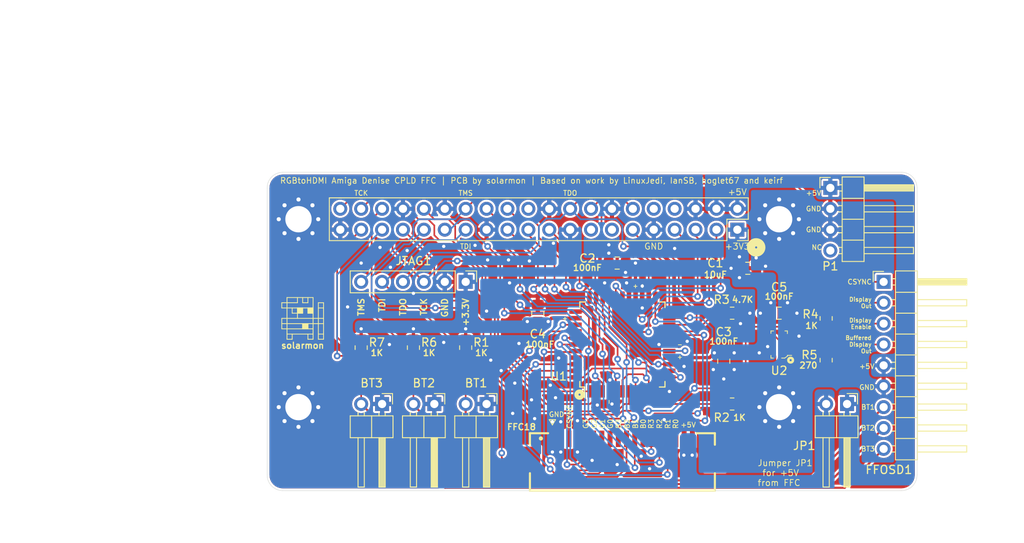
<source format=kicad_pcb>
(kicad_pcb (version 20171130) (host pcbnew "(5.1.9)-1")
  (layers (0 F.Cu signal) (31 B.Cu signal) (34 B.Paste user) (35 F.Paste user) (36 B.SilkS user) (37 F.SilkS user) (38 B.Mask user) (39 F.Mask user) (44 Edge.Cuts user))
  (net 0 "")
  (net 1 GND)
  (net 2 +3V3)
  (net 3 /GPIO21)
  (net 4 /GPIO20)
  (net 5 /GPIO26)
  (net 6 /GPIO16)
  (net 7 /GPIO18)
  (net 8 /GPIO13)
  (net 9 /GPIO12)
  (net 10 /GPIO6)
  (net 11 /GPIO5)
  (net 12 /GPIO0)
  (net 13 /GPIO7)
  (net 14 /GPIO8)
  (net 15 /GPIO11)
  (net 16 /GPIO25)
  (net 17 /GPIO9)
  (net 18 /GPIO10)
  (net 19 /GPIO24)
  (net 20 /GPIO23)
  (net 21 /GPIO22)
  (net 22 /GPIO27)
  (net 23 /GPIO17)
  (net 24 /GPIO15)
  (net 25 /GPIO14)
  (net 26 /GPIO4)
  (net 27 /GPIO3)
  (net 28 /GPIO2)
  (net 29 /GPIO19)
  (net 30 /CLKEN)
  (net 31 /B0)
  (net 32 /R3)
  (net 33 /R2)
  (net 34 /R1)
  (net 35 /R0)
  (net 36 /G3)
  (net 37 /G2)
  (net 38 /G1)
  (net 39 /G0)
  (net 40 /B3)
  (net 41 /B2)
  (net 42 /B1)
  (net 43 /VSYNC)
  (net 44 /DETECT)
  (net 45 +5V)
  (net 46 "Net-(R5-Pad2)")
  (net 47 /OSD_DISPLAY_OUTPUT_BUFFERRED)
  (net 48 /OSD_DISPLAY_ENABLE)
  (net 49 /OSD_DISPLAY_OUPUT)
  (net 50 /CSYNC)
  (net 51 "Net-(P1-Pad4)")
  (net 52 /FFC_5V)
  (module solarmon_library:FPC-SMD_X10B25U18T (layer F.Cu) (at 148.59 101.6 180)
    (fp_text reference FFC18 (at 14.097 1.397) (layer F.SilkS) (effects (font (size 0.75 0.75)) (justify left)))
    (fp_text value Conn_01x18 hide)
    (pad MP smd rect (at 11.25 -2.495) (size 2.5 3) (layers F.Cu F.Paste F.Mask))
    (pad MP smd rect (at -11.25 -2.495) (size 2.5 3) (layers F.Cu F.Paste F.Mask))
    (pad 18 smd rect (at -8.5 -0.045) (size 0.6 2) (layers F.Cu F.Paste F.Mask) (net 52 /FFC_5V))
    (pad 17 smd rect (at -7.5 -0.045) (size 0.6 2) (layers F.Cu F.Paste F.Mask) (net 52 /FFC_5V))
    (pad 16 smd rect (at -6.5 -0.045) (size 0.6 2) (layers F.Cu F.Paste F.Mask) (net 35 /R0))
    (pad 15 smd rect (at -5.5 -0.045) (size 0.6 2) (layers F.Cu F.Paste F.Mask) (net 34 /R1))
    (pad 14 smd rect (at -4.5 -0.045) (size 0.6 2) (layers F.Cu F.Paste F.Mask) (net 33 /R2))
    (pad 13 smd rect (at -3.5 -0.045) (size 0.6 2) (layers F.Cu F.Paste F.Mask) (net 32 /R3))
    (pad 12 smd rect (at -2.5 -0.045) (size 0.6 2) (layers F.Cu F.Paste F.Mask) (net 31 /B0))
    (pad 11 smd rect (at -1.5 -0.045) (size 0.6 2) (layers F.Cu F.Paste F.Mask) (net 42 /B1))
    (pad 10 smd rect (at -0.5 -0.045) (size 0.6 2) (layers F.Cu F.Paste F.Mask) (net 41 /B2))
    (pad 9 smd rect (at 0.5 -0.045) (size 0.6 2) (layers F.Cu F.Paste F.Mask) (net 40 /B3))
    (pad 8 smd rect (at 1.5 -0.045) (size 0.6 2) (layers F.Cu F.Paste F.Mask) (net 39 /G0))
    (pad 7 smd rect (at 2.5 -0.045) (size 0.6 2) (layers F.Cu F.Paste F.Mask) (net 38 /G1))
    (pad 6 smd rect (at 3.5 -0.045) (size 0.6 2) (layers F.Cu F.Paste F.Mask) (net 37 /G2))
    (pad 5 smd rect (at 4.5 -0.045) (size 0.6 2) (layers F.Cu F.Paste F.Mask) (net 36 /G3))
    (pad 4 smd rect (at 5.5 -0.045) (size 0.6 2) (layers F.Cu F.Paste F.Mask) (net 1 GND))
    (pad 3 smd rect (at 6.5 -0.045) (size 0.6 2) (layers F.Cu F.Paste F.Mask) (net 50 /CSYNC))
    (pad 2 smd rect (at 7.5 -0.045) (size 0.6 2) (layers F.Cu F.Paste F.Mask) (net 1 GND))
    (pad 1 smd rect (at 8.5 -0.045) (size 0.6 2) (layers F.Cu F.Paste F.Mask) (net 1 GND))
  )
  (module MountingHole:MountingHole_3.2mm_M3_Pad_Via (layer F.Cu) (at 167.64 97.79)
    (fp_text reference H4 hide)
    (fp_text value MountingHole_Pad)
    (pad 1 thru_hole circle (at 1.697056 -1.697056) (size 0.8 0.8) (drill 0.5) (layers *.Cu *.Mask) (net 1 GND))
    (pad 1 thru_hole circle (at 0 -2.4) (size 0.8 0.8) (drill 0.5) (layers *.Cu *.Mask) (net 1 GND))
    (pad 1 thru_hole circle (at -1.697056 -1.697056) (size 0.8 0.8) (drill 0.5) (layers *.Cu *.Mask) (net 1 GND))
    (pad 1 thru_hole circle (at -2.4 0) (size 0.8 0.8) (drill 0.5) (layers *.Cu *.Mask) (net 1 GND))
    (pad 1 thru_hole circle (at -1.697056 1.697056) (size 0.8 0.8) (drill 0.5) (layers *.Cu *.Mask) (net 1 GND))
    (pad 1 thru_hole circle (at 0 2.4) (size 0.8 0.8) (drill 0.5) (layers *.Cu *.Mask) (net 1 GND))
    (pad 1 thru_hole circle (at 1.697056 1.697056) (size 0.8 0.8) (drill 0.5) (layers *.Cu *.Mask) (net 1 GND))
    (pad 1 thru_hole circle (at 2.4 0) (size 0.8 0.8) (drill 0.5) (layers *.Cu *.Mask) (net 1 GND))
    (pad 1 thru_hole circle (at 0 0) (size 6.4 6.4) (drill 3.2) (layers *.Cu *.Mask) (net 1 GND))
  )
  (module MountingHole:MountingHole_3.2mm_M3_Pad_Via (layer F.Cu) (at 109.22 97.79)
    (fp_text reference H3 hide)
    (fp_text value MountingHole_Pad)
    (pad 1 thru_hole circle (at 1.697056 -1.697056) (size 0.8 0.8) (drill 0.5) (layers *.Cu *.Mask) (net 1 GND))
    (pad 1 thru_hole circle (at 0 -2.4) (size 0.8 0.8) (drill 0.5) (layers *.Cu *.Mask) (net 1 GND))
    (pad 1 thru_hole circle (at -1.697056 -1.697056) (size 0.8 0.8) (drill 0.5) (layers *.Cu *.Mask) (net 1 GND))
    (pad 1 thru_hole circle (at -2.4 0) (size 0.8 0.8) (drill 0.5) (layers *.Cu *.Mask) (net 1 GND))
    (pad 1 thru_hole circle (at -1.697056 1.697056) (size 0.8 0.8) (drill 0.5) (layers *.Cu *.Mask) (net 1 GND))
    (pad 1 thru_hole circle (at 0 2.4) (size 0.8 0.8) (drill 0.5) (layers *.Cu *.Mask) (net 1 GND))
    (pad 1 thru_hole circle (at 1.697056 1.697056) (size 0.8 0.8) (drill 0.5) (layers *.Cu *.Mask) (net 1 GND))
    (pad 1 thru_hole circle (at 2.4 0) (size 0.8 0.8) (drill 0.5) (layers *.Cu *.Mask) (net 1 GND))
    (pad 1 thru_hole circle (at 0 0) (size 6.4 6.4) (drill 3.2) (layers *.Cu *.Mask) (net 1 GND))
  )
  (module MountingHole:MountingHole_3.2mm_M3_Pad_Via (layer F.Cu) (at 167.64 74.93)
    (fp_text reference H2 hide)
    (fp_text value MountingHole_Pad)
    (pad 1 thru_hole circle (at 1.697056 -1.697056) (size 0.8 0.8) (drill 0.5) (layers *.Cu *.Mask) (net 1 GND))
    (pad 1 thru_hole circle (at 0 -2.4) (size 0.8 0.8) (drill 0.5) (layers *.Cu *.Mask) (net 1 GND))
    (pad 1 thru_hole circle (at -1.697056 -1.697056) (size 0.8 0.8) (drill 0.5) (layers *.Cu *.Mask) (net 1 GND))
    (pad 1 thru_hole circle (at -2.4 0) (size 0.8 0.8) (drill 0.5) (layers *.Cu *.Mask) (net 1 GND))
    (pad 1 thru_hole circle (at -1.697056 1.697056) (size 0.8 0.8) (drill 0.5) (layers *.Cu *.Mask) (net 1 GND))
    (pad 1 thru_hole circle (at 0 2.4) (size 0.8 0.8) (drill 0.5) (layers *.Cu *.Mask) (net 1 GND))
    (pad 1 thru_hole circle (at 1.697056 1.697056) (size 0.8 0.8) (drill 0.5) (layers *.Cu *.Mask) (net 1 GND))
    (pad 1 thru_hole circle (at 2.4 0) (size 0.8 0.8) (drill 0.5) (layers *.Cu *.Mask) (net 1 GND))
    (pad 1 thru_hole circle (at 0 0) (size 6.4 6.4) (drill 3.2) (layers *.Cu *.Mask) (net 1 GND))
  )
  (module MountingHole:MountingHole_3.2mm_M3_Pad_Via (layer F.Cu) (at 109.22 74.93)
    (fp_text reference H1 hide)
    (fp_text value MountingHole_Pad)
    (pad 1 thru_hole circle (at 1.697056 -1.697056) (size 0.8 0.8) (drill 0.5) (layers *.Cu *.Mask) (net 1 GND))
    (pad 1 thru_hole circle (at 0 -2.4) (size 0.8 0.8) (drill 0.5) (layers *.Cu *.Mask) (net 1 GND))
    (pad 1 thru_hole circle (at -1.697056 -1.697056) (size 0.8 0.8) (drill 0.5) (layers *.Cu *.Mask) (net 1 GND))
    (pad 1 thru_hole circle (at -2.4 0) (size 0.8 0.8) (drill 0.5) (layers *.Cu *.Mask) (net 1 GND))
    (pad 1 thru_hole circle (at -1.697056 1.697056) (size 0.8 0.8) (drill 0.5) (layers *.Cu *.Mask) (net 1 GND))
    (pad 1 thru_hole circle (at 0 2.4) (size 0.8 0.8) (drill 0.5) (layers *.Cu *.Mask) (net 1 GND))
    (pad 1 thru_hole circle (at 1.697056 1.697056) (size 0.8 0.8) (drill 0.5) (layers *.Cu *.Mask) (net 1 GND))
    (pad 1 thru_hole circle (at 2.4 0) (size 0.8 0.8) (drill 0.5) (layers *.Cu *.Mask) (net 1 GND))
    (pad 1 thru_hole circle (at 0 0) (size 6.4 6.4) (drill 3.2) (layers *.Cu *.Mask) (net 1 GND))
  )
  (module solarmon_library:solarmon-logo-25mils (layer F.Cu) (at 109.728 87.63)
    (fp_text reference solarmon (at 0 2.667) (layer F.SilkS) (effects (font (size 0.75 0.75))))
    (fp_text value solarmon-logo-25mils)
    (fp_poly (pts (xy -1.27 1.905) (xy -1.905 1.905) (xy -1.905 1.27) (xy -1.27 1.27)) (layer F.Cu) (width 0.1))
    (fp_poly (pts (xy 1.27 1.905) (xy 0.635 1.905) (xy 0.635 1.27) (xy 1.27 1.27)) (layer F.Cu) (width 0.1))
    (fp_poly (pts (xy 1.27 0.635) (xy 0.635 0.635) (xy 0.635 0) (xy 1.27 0)) (layer F.Cu) (width 0.1))
    (fp_poly (pts (xy 0 0.635) (xy -0.635 0.635) (xy -0.635 0) (xy 0 0)) (layer F.Cu) (width 0.1))
    (fp_poly (pts (xy -0.635 0.635) (xy -1.27 0.635) (xy -1.27 0) (xy -0.635 0)) (layer F.Cu) (width 0.1))
    (fp_poly (pts (xy -1.27 0.635) (xy -1.905 0.635) (xy -1.905 0) (xy -1.27 0)) (layer F.Cu) (width 0.1))
    (fp_poly (pts (xy -1.27 -1.905) (xy -1.905 -1.905) (xy -1.905 -2.54) (xy -1.27 -2.54)) (layer F.Cu) (width 0.1))
    (fp_poly (pts (xy -0.635 -1.905) (xy -1.27 -1.905) (xy -1.27 -2.54) (xy -0.635 -2.54)) (layer F.Cu) (width 0.1))
    (fp_poly (pts (xy 0 -2.54) (xy -0.635 -2.54) (xy -0.635 -3.175) (xy 0 -3.175)) (layer F.Cu) (width 0.1))
    (fp_poly (pts (xy 0 -1.905) (xy -0.635 -1.905) (xy -0.635 -2.54) (xy 0 -2.54)) (layer F.Cu) (width 0.1))
    (fp_poly (pts (xy 0.635 -1.905) (xy 0 -1.905) (xy 0 -2.54) (xy 0.635 -2.54)) (layer F.Cu) (width 0.1))
    (fp_poly (pts (xy 1.27 -1.905) (xy 0.635 -1.905) (xy 0.635 -2.54) (xy 1.27 -2.54)) (layer F.Cu) (width 0.1))
    (fp_poly (pts (xy 1.27 -2.54) (xy 0.635 -2.54) (xy 0.635 -3.175) (xy 1.27 -3.175)) (layer F.Cu) (width 0.1))
    (fp_poly (pts (xy 2.54 1.905) (xy 1.905 1.905) (xy 1.905 1.27) (xy 2.54 1.27)) (layer F.Cu) (width 0.1))
    (fp_poly (pts (xy 2.54 -1.905) (xy 1.905 -1.905) (xy 1.905 -2.54) (xy 2.54 -2.54)) (layer F.Cu) (width 0.1))
  )
  (module Connector_PinHeader_2.54mm:PinHeader_1x02_P2.54mm_Horizontal (layer F.Cu) (at 175.895 97.409 270)
    (fp_text reference JP1 (at 5.08 5.207 180) (layer F.SilkS))
    (fp_text value Conn_01x02)
    (pad 2 thru_hole oval (at 0 2.54 270) (size 1.7 1.7) (drill 1) (layers *.Cu *.Mask) (net 52 /FFC_5V))
    (pad 1 thru_hole rect (at 0 0 270) (size 1.7 1.7) (drill 1) (layers *.Cu *.Mask) (net 45 +5V))
  )
  (module Connector_PinHeader_2.54mm:PinHeader_1x09_P2.54mm_Horizontal (layer F.Cu) (at 180.34 82.55)
    (fp_text reference FFOSD1 (at 0.635 22.86) (layer F.SilkS))
    (fp_text value Conn_01x09)
    (pad 1 thru_hole rect (at 0 0) (size 1.7 1.7) (drill 1) (layers *.Cu *.Mask) (net 50 /CSYNC))
    (pad 2 thru_hole oval (at 0 2.54) (size 1.7 1.7) (drill 1) (layers *.Cu *.Mask) (net 49 /OSD_DISPLAY_OUPUT))
    (pad 3 thru_hole oval (at 0 5.08) (size 1.7 1.7) (drill 1) (layers *.Cu *.Mask) (net 48 /OSD_DISPLAY_ENABLE))
    (pad 4 thru_hole oval (at 0 7.62) (size 1.7 1.7) (drill 1) (layers *.Cu *.Mask) (net 47 /OSD_DISPLAY_OUTPUT_BUFFERRED))
    (pad 5 thru_hole oval (at 0 10.16) (size 1.7 1.7) (drill 1) (layers *.Cu *.Mask) (net 45 +5V))
    (pad 6 thru_hole oval (at 0 12.7) (size 1.7 1.7) (drill 1) (layers *.Cu *.Mask) (net 1 GND))
    (pad 7 thru_hole oval (at 0 15.24) (size 1.7 1.7) (drill 1) (layers *.Cu *.Mask) (net 6 /GPIO16))
    (pad 8 thru_hole oval (at 0 17.78) (size 1.7 1.7) (drill 1) (layers *.Cu *.Mask) (net 5 /GPIO26))
    (pad 9 thru_hole oval (at 0 20.32) (size 1.7 1.7) (drill 1) (layers *.Cu *.Mask) (net 29 /GPIO19))
  )
  (module Connector_PinHeader_2.54mm:PinHeader_1x04_P2.54mm_Horizontal (layer F.Cu) (at 173.863 71.12)
    (fp_text reference P1 (at 0 9.525) (layer F.SilkS))
    (fp_text value Conn_01x04)
    (pad 4 thru_hole oval (at 0 7.62) (size 1.7 1.7) (drill 1) (layers *.Cu *.Mask) (net 51 "Net-(P1-Pad4)"))
    (pad 3 thru_hole oval (at 0 5.08) (size 1.7 1.7) (drill 1) (layers *.Cu *.Mask) (net 1 GND))
    (pad 2 thru_hole oval (at 0 2.54) (size 1.7 1.7) (drill 1) (layers *.Cu *.Mask) (net 1 GND))
    (pad 1 thru_hole rect (at 0 0) (size 1.7 1.7) (drill 1) (layers *.Cu *.Mask) (net 45 +5V))
  )
  (module Resistor_SMD:R_0805_2012Metric_Pad1.20x1.40mm_HandSolder (layer F.Cu) (at 116.84 90.551 270)
    (fp_text reference R7 (at -0.635 -1.905 180) (layer F.SilkS))
    (fp_text value 1K (at 0.635 -1.905 180) (layer F.SilkS) (effects (font (size 0.75 0.75))))
    (pad 2 smd roundrect (at 1 0 270) (size 1.2 1.4) (layers F.Cu F.Paste F.Mask) (roundrect_rratio 0.2083325) (net 29 /GPIO19))
    (pad 1 smd roundrect (at -1 0 270) (size 1.2 1.4) (layers F.Cu F.Paste F.Mask) (roundrect_rratio 0.2083325) (net 2 +3V3))
  )
  (module Resistor_SMD:R_0805_2012Metric_Pad1.20x1.40mm_HandSolder (layer F.Cu) (at 123.19 90.551 270)
    (fp_text reference R6 (at -0.635 -1.905 180) (layer F.SilkS))
    (fp_text value 1K (at 0.635 -1.905 180) (layer F.SilkS) (effects (font (size 0.75 0.75))))
    (pad 2 smd roundrect (at 1 0 270) (size 1.2 1.4) (layers F.Cu F.Paste F.Mask) (roundrect_rratio 0.2083325) (net 5 /GPIO26))
    (pad 1 smd roundrect (at -1 0 270) (size 1.2 1.4) (layers F.Cu F.Paste F.Mask) (roundrect_rratio 0.2083325) (net 2 +3V3))
  )
  (module Connector_PinHeader_2.54mm:PinHeader_1x02_P2.54mm_Horizontal (layer F.Cu) (at 119.38 97.409 270)
    (fp_text reference BT3 (at -2.54 1.27 180) (layer F.SilkS))
    (fp_text value Jumper_2_Open)
    (pad 2 thru_hole oval (at 0 2.54 270) (size 1.7 1.7) (drill 1) (layers *.Cu *.Mask) (net 29 /GPIO19))
    (pad 1 thru_hole rect (at 0 0 270) (size 1.7 1.7) (drill 1) (layers *.Cu *.Mask) (net 1 GND))
  )
  (module Connector_PinHeader_2.54mm:PinHeader_1x02_P2.54mm_Horizontal (layer F.Cu) (at 125.73 97.409 270)
    (fp_text reference BT2 (at -2.54 1.27 180) (layer F.SilkS))
    (fp_text value Jumper_2_Open)
    (pad 2 thru_hole oval (at 0 2.54 270) (size 1.7 1.7) (drill 1) (layers *.Cu *.Mask) (net 5 /GPIO26))
    (pad 1 thru_hole rect (at 0 0 270) (size 1.7 1.7) (drill 1) (layers *.Cu *.Mask) (net 1 GND))
  )
  (module Capacitor_SMD:C_0805_2012Metric_Pad1.18x1.45mm_HandSolder (layer F.Cu) (at 167.64 86.36)
    (fp_text reference C5 (at 0 -3.175) (layer F.SilkS))
    (fp_text value 100nF (at 0 -2.032) (layer F.SilkS) (effects (font (size 0.75 0.75))))
    (pad 2 smd roundrect (at 1.0375 0) (size 1.175 1.45) (layers F.Cu F.Paste F.Mask) (roundrect_rratio 0.2127659574468085) (net 1 GND))
    (pad 1 smd roundrect (at -1.0375 0) (size 1.175 1.45) (layers F.Cu F.Paste F.Mask) (roundrect_rratio 0.2127659574468085) (net 2 +3V3))
  )
  (module solarmon_library:SOT-753 (layer F.Cu) (at 167.64 90.17 90)
    (fp_text reference U2 (at -3.175 0 180) (layer F.SilkS))
    (fp_text value 74LVC1G125)
    (pad 1 smd rect (at -0.95 1.35 90) (size 0.6 1.05) (layers F.Cu F.Paste F.Mask) (net 48 /OSD_DISPLAY_ENABLE))
    (pad 2 smd rect (at 0 1.35 90) (size 0.6 1.05) (layers F.Cu F.Paste F.Mask) (net 49 /OSD_DISPLAY_OUPUT))
    (pad 3 smd rect (at 0.95 1.35 90) (size 0.6 1.05) (layers F.Cu F.Paste F.Mask) (net 1 GND))
    (pad 4 smd rect (at 0.95 -1.35 90) (size 0.6 1.05) (layers F.Cu F.Paste F.Mask) (net 46 "Net-(R5-Pad2)"))
    (pad 5 smd rect (at -0.95 -1.35 90) (size 0.6 1.05) (layers F.Cu F.Paste F.Mask) (net 2 +3V3))
  )
  (module Resistor_SMD:R_0805_2012Metric_Pad1.20x1.40mm_HandSolder (layer F.Cu) (at 173.355 92.075 270)
    (fp_text reference R5 (at -0.635 2.032 180) (layer F.SilkS))
    (fp_text value 270 (at 0.635 2.159 180) (layer F.SilkS) (effects (font (size 0.75 0.75))))
    (pad 2 smd roundrect (at 1 0 270) (size 1.2 1.4) (layers F.Cu F.Paste F.Mask) (roundrect_rratio 0.2083325) (net 46 "Net-(R5-Pad2)"))
    (pad 1 smd roundrect (at -1 0 270) (size 1.2 1.4) (layers F.Cu F.Paste F.Mask) (roundrect_rratio 0.2083325) (net 47 /OSD_DISPLAY_OUTPUT_BUFFERRED))
  )
  (module Resistor_SMD:R_0805_2012Metric_Pad1.20x1.40mm_HandSolder (layer F.Cu) (at 173.355 86.995 270)
    (fp_text reference R4 (at -0.508 1.905 180) (layer F.SilkS))
    (fp_text value 1K (at 0.889 1.778 180) (layer F.SilkS) (effects (font (size 0.75 0.75))))
    (pad 2 smd roundrect (at 1 0 270) (size 1.2 1.4) (layers F.Cu F.Paste F.Mask) (roundrect_rratio 0.2083325) (net 49 /OSD_DISPLAY_OUPUT))
    (pad 1 smd roundrect (at -1 0 270) (size 1.2 1.4) (layers F.Cu F.Paste F.Mask) (roundrect_rratio 0.2083325) (net 19 /GPIO24))
  )
  (module Connector_PinHeader_2.54mm:PinHeader_1x06_P2.54mm_Vertical (layer F.Cu) (at 129.54 82.55 270)
    (fp_text reference JTAG1 (at -2.54 6.35) (layer F.SilkS))
    (fp_text value Conn_01x06)
    (pad 6 thru_hole oval (at 0 12.7 270) (size 1.7 1.7) (drill 1) (layers *.Cu *.Mask) (net 30 /CLKEN))
    (pad 5 thru_hole oval (at 0 10.16 270) (size 1.7 1.7) (drill 1) (layers *.Cu *.Mask) (net 12 /GPIO0))
    (pad 4 thru_hole oval (at 0 7.62 270) (size 1.7 1.7) (drill 1) (layers *.Cu *.Mask) (net 19 /GPIO24))
    (pad 3 thru_hole oval (at 0 5.08 270) (size 1.7 1.7) (drill 1) (layers *.Cu *.Mask) (net 4 /GPIO20))
    (pad 2 thru_hole oval (at 0 2.54 270) (size 1.7 1.7) (drill 1) (layers *.Cu *.Mask) (net 1 GND))
    (pad 1 thru_hole rect (at 0 0 270) (size 1.7 1.7) (drill 1) (layers *.Cu *.Mask) (net 2 +3V3))
  )
  (module Capacitor_SMD:C_0805_2012Metric_Pad1.18x1.45mm_HandSolder (layer F.Cu) (at 163.83 80.899)
    (fp_text reference C1 (at -3.937 -0.635) (layer F.SilkS))
    (fp_text value 10uF (at -3.937 0.762) (layer F.SilkS) (effects (font (size 0.75 0.75))))
    (pad 2 smd roundrect (at 1.0375 0) (size 1.175 1.45) (layers F.Cu F.Paste F.Mask) (roundrect_rratio 0.2127659574468085) (net 1 GND))
    (pad 1 smd roundrect (at -1.0375 0) (size 1.175 1.45) (layers F.Cu F.Paste F.Mask) (roundrect_rratio 0.2127659574468085) (net 2 +3V3))
  )
  (module Resistor_SMD:R_0805_2012Metric_Pad1.20x1.40mm_HandSolder (layer F.Cu) (at 161.925 86.36)
    (fp_text reference R3 (at -1.27 -1.651) (layer F.SilkS))
    (fp_text value 4.7K (at 1.27 -1.651) (layer F.SilkS) (effects (font (size 0.75 0.75))))
    (pad 2 smd roundrect (at 1 0) (size 1.2 1.4) (layers F.Cu F.Paste F.Mask) (roundrect_rratio 0.2083325) (net 1 GND))
    (pad 1 smd roundrect (at -1 0) (size 1.2 1.4) (layers F.Cu F.Paste F.Mask) (roundrect_rratio 0.2083325) (net 44 /DETECT))
  )
  (module Resistor_SMD:R_0805_2012Metric_Pad1.20x1.40mm_HandSolder (layer F.Cu) (at 161.925 97.409)
    (fp_text reference R2 (at -1.27 1.651 180) (layer F.SilkS))
    (fp_text value 1K (at 0.889 1.651) (layer F.SilkS) (effects (font (size 0.75 0.75))))
    (pad 2 smd roundrect (at 1 0) (size 1.2 1.4) (layers F.Cu F.Paste F.Mask) (roundrect_rratio 0.2083325) (net 1 GND))
    (pad 1 smd roundrect (at -1 0) (size 1.2 1.4) (layers F.Cu F.Paste F.Mask) (roundrect_rratio 0.2083325) (net 12 /GPIO0))
  )
  (module Resistor_SMD:R_0805_2012Metric_Pad1.20x1.40mm_HandSolder (layer F.Cu) (at 129.54 90.551 270)
    (fp_text reference R1 (at -0.635 -1.905 180) (layer F.SilkS))
    (fp_text value 1K (at 0.635 -1.905 180) (layer F.SilkS) (effects (font (size 0.75 0.75))))
    (pad 2 smd roundrect (at 1 0 270) (size 1.2 1.4) (layers F.Cu F.Paste F.Mask) (roundrect_rratio 0.2083325) (net 6 /GPIO16))
    (pad 1 smd roundrect (at -1 0 270) (size 1.2 1.4) (layers F.Cu F.Paste F.Mask) (roundrect_rratio 0.2083325) (net 2 +3V3))
  )
  (module Capacitor_SMD:C_0805_2012Metric_Pad1.18x1.45mm_HandSolder (layer F.Cu) (at 138.303 86.36 90)
    (fp_text reference C4 (at -2.54 0) (layer F.SilkS))
    (fp_text value 100nF (at -3.81 0.254) (layer F.SilkS) (effects (font (size 0.75 0.75))))
    (pad 2 smd roundrect (at 1.0375 0 90) (size 1.175 1.45) (layers F.Cu F.Paste F.Mask) (roundrect_rratio 0.2127659574468085) (net 1 GND))
    (pad 1 smd roundrect (at -1.0375 0 90) (size 1.175 1.45) (layers F.Cu F.Paste F.Mask) (roundrect_rratio 0.2127659574468085) (net 2 +3V3))
  )
  (module Capacitor_SMD:C_0805_2012Metric_Pad1.18x1.45mm_HandSolder (layer F.Cu) (at 160.909 92.202 270)
    (fp_text reference C3 (at -3.556 0 180) (layer F.SilkS))
    (fp_text value 100nF (at -2.413 0) (layer F.SilkS) (effects (font (size 0.75 0.75))))
    (pad 2 smd roundrect (at 1.0375 0 270) (size 1.175 1.45) (layers F.Cu F.Paste F.Mask) (roundrect_rratio 0.2127659574468085) (net 1 GND))
    (pad 1 smd roundrect (at -1.0375 0 270) (size 1.175 1.45) (layers F.Cu F.Paste F.Mask) (roundrect_rratio 0.2127659574468085) (net 2 +3V3))
  )
  (module Capacitor_SMD:C_0805_2012Metric_Pad1.18x1.45mm_HandSolder (layer F.Cu) (at 147.955 80.264 180)
    (fp_text reference C2 (at 3.6195 0.5715) (layer F.SilkS))
    (fp_text value 100nF (at 3.6195 -0.5715) (layer F.SilkS) (effects (font (size 0.75 0.75))))
    (pad 2 smd roundrect (at 1.0375 0 180) (size 1.175 1.45) (layers F.Cu F.Paste F.Mask) (roundrect_rratio 0.2127659574468085) (net 1 GND))
    (pad 1 smd roundrect (at -1.0375 0 180) (size 1.175 1.45) (layers F.Cu F.Paste F.Mask) (roundrect_rratio 0.2127659574468085) (net 2 +3V3))
  )
  (module Package_QFP:TQFP-44_10x10mm_P0.8mm (layer F.Cu) (at 148.59 90.17 90)
    (fp_text reference U1 (at -3.8735 -7.747 180) (layer F.SilkS))
    (fp_text value "XC9572VQ44 or XC9572XL-10VQG44C")
    (pad 44 smd rect (at -4 -5.7 180) (size 1.5 0.55) (layers F.Cu F.Paste F.Mask) (net 4 /GPIO20))
    (pad 43 smd rect (at -3.2 -5.7 180) (size 1.5 0.55) (layers F.Cu F.Paste F.Mask) (net 3 /GPIO21))
    (pad 42 smd rect (at -2.4 -5.7 180) (size 1.5 0.55) (layers F.Cu F.Paste F.Mask) (net 39 /G0))
    (pad 41 smd rect (at -1.6 -5.7 180) (size 1.5 0.55) (layers F.Cu F.Paste F.Mask) (net 43 /VSYNC))
    (pad 40 smd rect (at -0.8 -5.7 180) (size 1.5 0.55) (layers F.Cu F.Paste F.Mask) (net 38 /G1))
    (pad 39 smd rect (at 0 -5.7 180) (size 1.5 0.55) (layers F.Cu F.Paste F.Mask) (net 34 /R1))
    (pad 38 smd rect (at 0.8 -5.7 180) (size 1.5 0.55) (layers F.Cu F.Paste F.Mask) (net 42 /B1))
    (pad 37 smd rect (at 1.6 -5.7 180) (size 1.5 0.55) (layers F.Cu F.Paste F.Mask) (net 41 /B2))
    (pad 36 smd rect (at 2.4 -5.7 180) (size 1.5 0.55) (layers F.Cu F.Paste F.Mask) (net 37 /G2))
    (pad 35 smd rect (at 3.2 -5.7 180) (size 1.5 0.55) (layers F.Cu F.Paste F.Mask) (net 2 +3V3))
    (pad 34 smd rect (at 4 -5.7 180) (size 1.5 0.55) (layers F.Cu F.Paste F.Mask) (net 33 /R2))
    (pad 33 smd rect (at 5.7 -4 90) (size 1.5 0.55) (layers F.Cu F.Paste F.Mask) (net 7 /GPIO18))
    (pad 32 smd rect (at 5.7 -3.2 90) (size 1.5 0.55) (layers F.Cu F.Paste F.Mask) (net 32 /R3))
    (pad 31 smd rect (at 5.7 -2.4 90) (size 1.5 0.55) (layers F.Cu F.Paste F.Mask) (net 36 /G3))
    (pad 30 smd rect (at 5.7 -1.6 90) (size 1.5 0.55) (layers F.Cu F.Paste F.Mask) (net 40 /B3))
    (pad 29 smd rect (at 5.7 -0.8 90) (size 1.5 0.55) (layers F.Cu F.Paste F.Mask) (net 28 /GPIO2))
    (pad 28 smd rect (at 5.7 0 90) (size 1.5 0.55) (layers F.Cu F.Paste F.Mask) (net 27 /GPIO3))
    (pad 27 smd rect (at 5.7 0.8 90) (size 1.5 0.55) (layers F.Cu F.Paste F.Mask) (net 26 /GPIO4))
    (pad 26 smd rect (at 5.7 1.6 90) (size 1.5 0.55) (layers F.Cu F.Paste F.Mask) (net 2 +3V3))
    (pad 25 smd rect (at 5.7 2.4 90) (size 1.5 0.55) (layers F.Cu F.Paste F.Mask) (net 1 GND))
    (pad 24 smd rect (at 5.7 3.2 90) (size 1.5 0.55) (layers F.Cu F.Paste F.Mask) (net 19 /GPIO24))
    (pad 23 smd rect (at 5.7 4 90) (size 1.5 0.55) (layers F.Cu F.Paste F.Mask) (net 50 /CSYNC))
    (pad 22 smd rect (at 4 5.7 180) (size 1.5 0.55) (layers F.Cu F.Paste F.Mask) (net 23 /GPIO17))
    (pad 21 smd rect (at 3.2 5.7 180) (size 1.5 0.55) (layers F.Cu F.Paste F.Mask) (net 35 /R0))
    (pad 20 smd rect (at 2.4 5.7 180) (size 1.5 0.55) (layers F.Cu F.Paste F.Mask) (net 20 /GPIO23))
    (pad 19 smd rect (at 1.6 5.7 180) (size 1.5 0.55) (layers F.Cu F.Paste F.Mask) (net 44 /DETECT))
    (pad 18 smd rect (at 0.8 5.7 180) (size 1.5 0.55) (layers F.Cu F.Paste F.Mask) (net 31 /B0))
    (pad 17 smd rect (at 0 5.7 180) (size 1.5 0.55) (layers F.Cu F.Paste F.Mask) (net 1 GND))
    (pad 16 smd rect (at -0.8 5.7 180) (size 1.5 0.55) (layers F.Cu F.Paste F.Mask) (net 18 /GPIO10))
    (pad 15 smd rect (at -1.6 5.7 180) (size 1.5 0.55) (layers F.Cu F.Paste F.Mask) (net 2 +3V3))
    (pad 14 smd rect (at -2.4 5.7 180) (size 1.5 0.55) (layers F.Cu F.Paste F.Mask) (net 17 /GPIO9))
    (pad 13 smd rect (at -3.2 5.7 180) (size 1.5 0.55) (layers F.Cu F.Paste F.Mask) (net 15 /GPIO11))
    (pad 12 smd rect (at -4 5.7 180) (size 1.5 0.55) (layers F.Cu F.Paste F.Mask) (net 14 /GPIO8))
    (pad 11 smd rect (at -5.7 4 90) (size 1.5 0.55) (layers F.Cu F.Paste F.Mask) (net 4 /GPIO20))
    (pad 10 smd rect (at -5.7 3.2 90) (size 1.5 0.55) (layers F.Cu F.Paste F.Mask) (net 30 /CLKEN))
    (pad 9 smd rect (at -5.7 2.4 90) (size 1.5 0.55) (layers F.Cu F.Paste F.Mask) (net 12 /GPIO0))
    (pad 8 smd rect (at -5.7 1.6 90) (size 1.5 0.55) (layers F.Cu F.Paste F.Mask) (net 13 /GPIO7))
    (pad 7 smd rect (at -5.7 0.8 90) (size 1.5 0.55) (layers F.Cu F.Paste F.Mask) (net 12 /GPIO0))
    (pad 6 smd rect (at -5.7 0 90) (size 1.5 0.55) (layers F.Cu F.Paste F.Mask) (net 30 /CLKEN))
    (pad 5 smd rect (at -5.7 -0.8 90) (size 1.5 0.55) (layers F.Cu F.Paste F.Mask) (net 11 /GPIO5))
    (pad 4 smd rect (at -5.7 -1.6 90) (size 1.5 0.55) (layers F.Cu F.Paste F.Mask) (net 1 GND))
    (pad 3 smd rect (at -5.7 -2.4 90) (size 1.5 0.55) (layers F.Cu F.Paste F.Mask) (net 9 /GPIO12))
    (pad 2 smd rect (at -5.7 -3.2 90) (size 1.5 0.55) (layers F.Cu F.Paste F.Mask) (net 10 /GPIO6))
    (pad 1 smd rect (at -5.7 -4 90) (size 1.5 0.55) (layers F.Cu F.Paste F.Mask) (net 8 /GPIO13))
  )
  (module Connector_PinSocket_2.54mm:PinSocket_2x20_P2.54mm_Vertical (layer F.Cu) (at 162.56 76.2 270)
    (fp_text reference J1 hide)
    (fp_text value Raspberry_Pi_2_3)
    (pad 1 thru_hole rect (at 0 0 270) (size 1.7 1.7) (drill 1) (layers *.Cu *.Mask) (net 2 +3V3))
    (pad 2 thru_hole oval (at -2.54 0 270) (size 1.7 1.7) (drill 1) (layers *.Cu *.Mask) (net 45 +5V))
    (pad 3 thru_hole oval (at 0 2.54 270) (size 1.7 1.7) (drill 1) (layers *.Cu *.Mask) (net 28 /GPIO2))
    (pad 4 thru_hole oval (at -2.54 2.54 270) (size 1.7 1.7) (drill 1) (layers *.Cu *.Mask) (net 45 +5V))
    (pad 5 thru_hole oval (at 0 5.08 270) (size 1.7 1.7) (drill 1) (layers *.Cu *.Mask) (net 27 /GPIO3))
    (pad 6 thru_hole oval (at -2.54 5.08 270) (size 1.7 1.7) (drill 1) (layers *.Cu *.Mask) (net 1 GND))
    (pad 7 thru_hole oval (at 0 7.62 270) (size 1.7 1.7) (drill 1) (layers *.Cu *.Mask) (net 26 /GPIO4))
    (pad 8 thru_hole oval (at -2.54 7.62 270) (size 1.7 1.7) (drill 1) (layers *.Cu *.Mask) (net 25 /GPIO14))
    (pad 9 thru_hole oval (at 0 10.16 270) (size 1.7 1.7) (drill 1) (layers *.Cu *.Mask) (net 1 GND))
    (pad 10 thru_hole oval (at -2.54 10.16 270) (size 1.7 1.7) (drill 1) (layers *.Cu *.Mask) (net 24 /GPIO15))
    (pad 11 thru_hole oval (at 0 12.7 270) (size 1.7 1.7) (drill 1) (layers *.Cu *.Mask) (net 23 /GPIO17))
    (pad 12 thru_hole oval (at -2.54 12.7 270) (size 1.7 1.7) (drill 1) (layers *.Cu *.Mask) (net 7 /GPIO18))
    (pad 13 thru_hole oval (at 0 15.24 270) (size 1.7 1.7) (drill 1) (layers *.Cu *.Mask) (net 22 /GPIO27))
    (pad 14 thru_hole oval (at -2.54 15.24 270) (size 1.7 1.7) (drill 1) (layers *.Cu *.Mask) (net 1 GND))
    (pad 15 thru_hole oval (at 0 17.78 270) (size 1.7 1.7) (drill 1) (layers *.Cu *.Mask) (net 21 /GPIO22))
    (pad 16 thru_hole oval (at -2.54 17.78 270) (size 1.7 1.7) (drill 1) (layers *.Cu *.Mask) (net 20 /GPIO23))
    (pad 17 thru_hole oval (at 0 20.32 270) (size 1.7 1.7) (drill 1) (layers *.Cu *.Mask) (net 2 +3V3))
    (pad 18 thru_hole oval (at -2.54 20.32 270) (size 1.7 1.7) (drill 1) (layers *.Cu *.Mask) (net 19 /GPIO24))
    (pad 19 thru_hole oval (at 0 22.86 270) (size 1.7 1.7) (drill 1) (layers *.Cu *.Mask) (net 18 /GPIO10))
    (pad 20 thru_hole oval (at -2.54 22.86 270) (size 1.7 1.7) (drill 1) (layers *.Cu *.Mask) (net 1 GND))
    (pad 21 thru_hole oval (at 0 25.4 270) (size 1.7 1.7) (drill 1) (layers *.Cu *.Mask) (net 17 /GPIO9))
    (pad 22 thru_hole oval (at -2.54 25.4 270) (size 1.7 1.7) (drill 1) (layers *.Cu *.Mask) (net 16 /GPIO25))
    (pad 23 thru_hole oval (at 0 27.94 270) (size 1.7 1.7) (drill 1) (layers *.Cu *.Mask) (net 15 /GPIO11))
    (pad 24 thru_hole oval (at -2.54 27.94 270) (size 1.7 1.7) (drill 1) (layers *.Cu *.Mask) (net 14 /GPIO8))
    (pad 25 thru_hole oval (at 0 30.48 270) (size 1.7 1.7) (drill 1) (layers *.Cu *.Mask) (net 1 GND))
    (pad 26 thru_hole oval (at -2.54 30.48 270) (size 1.7 1.7) (drill 1) (layers *.Cu *.Mask) (net 13 /GPIO7))
    (pad 27 thru_hole oval (at 0 33.02 270) (size 1.7 1.7) (drill 1) (layers *.Cu *.Mask) (net 12 /GPIO0))
    (pad 28 thru_hole oval (at -2.54 33.02 270) (size 1.7 1.7) (drill 1) (layers *.Cu *.Mask) (net 30 /CLKEN))
    (pad 29 thru_hole oval (at 0 35.56 270) (size 1.7 1.7) (drill 1) (layers *.Cu *.Mask) (net 11 /GPIO5))
    (pad 30 thru_hole oval (at -2.54 35.56 270) (size 1.7 1.7) (drill 1) (layers *.Cu *.Mask) (net 1 GND))
    (pad 31 thru_hole oval (at 0 38.1 270) (size 1.7 1.7) (drill 1) (layers *.Cu *.Mask) (net 10 /GPIO6))
    (pad 32 thru_hole oval (at -2.54 38.1 270) (size 1.7 1.7) (drill 1) (layers *.Cu *.Mask) (net 9 /GPIO12))
    (pad 33 thru_hole oval (at 0 40.64 270) (size 1.7 1.7) (drill 1) (layers *.Cu *.Mask) (net 8 /GPIO13))
    (pad 34 thru_hole oval (at -2.54 40.64 270) (size 1.7 1.7) (drill 1) (layers *.Cu *.Mask) (net 1 GND))
    (pad 35 thru_hole oval (at 0 43.18 270) (size 1.7 1.7) (drill 1) (layers *.Cu *.Mask) (net 29 /GPIO19))
    (pad 36 thru_hole oval (at -2.54 43.18 270) (size 1.7 1.7) (drill 1) (layers *.Cu *.Mask) (net 6 /GPIO16))
    (pad 37 thru_hole oval (at 0 45.72 270) (size 1.7 1.7) (drill 1) (layers *.Cu *.Mask) (net 5 /GPIO26))
    (pad 38 thru_hole oval (at -2.54 45.72 270) (size 1.7 1.7) (drill 1) (layers *.Cu *.Mask) (net 4 /GPIO20))
    (pad 39 thru_hole oval (at 0 48.26 270) (size 1.7 1.7) (drill 1) (layers *.Cu *.Mask) (net 1 GND))
    (pad 40 thru_hole oval (at -2.54 48.26 270) (size 1.7 1.7) (drill 1) (layers *.Cu *.Mask) (net 3 /GPIO21))
  )
  (module Connector_PinHeader_2.54mm:PinHeader_1x02_P2.54mm_Horizontal (layer F.Cu) (at 132.08 97.409 270)
    (fp_text reference BT1 (at -2.54 1.27 180) (layer F.SilkS))
    (fp_text value Jumper_2_Open)
    (pad 2 thru_hole oval (at 0 2.54 270) (size 1.7 1.7) (drill 1) (layers *.Cu *.Mask) (net 6 /GPIO16))
    (pad 1 thru_hole rect (at 0 0 270) (size 1.7 1.7) (drill 1) (layers *.Cu *.Mask) (net 1 GND))
  )
  (gr_text TDO (at 142.24 71.755) (layer F.SilkS) (effects (font (size 0.6 0.6) (thickness 0.1))))
  (gr_text TDI (at 129.54 78.232) (layer F.SilkS) (effects (font (size 0.6 0.6) (thickness 0.1))))
  (gr_text TMS (at 129.54 71.755) (layer F.SilkS) (effects (font (size 0.6 0.6) (thickness 0.1))))
  (gr_text TCK (at 116.84 71.755) (layer F.SilkS) (effects (font (size 0.6 0.6) (thickness 0.1))))
  (gr_text CSYNC (at 142.1765 98.933 90) (layer F.SilkS) (effects (font (size 0.6 0.6) (thickness 0.1))))
  (gr_text G1 (at 146.177 99.822 90) (layer F.SilkS) (effects (font (size 0.6 0.6) (thickness 0.1))))
  (gr_text G0 (at 147.1295 99.822 90) (layer F.SilkS) (effects (font (size 0.6 0.6) (thickness 0.1))))
  (gr_text G2 (at 145.161 99.822 90) (layer F.SilkS) (effects (font (size 0.6 0.6) (thickness 0.1))))
  (gr_text G3 (at 144.145 99.822 90) (layer F.SilkS) (effects (font (size 0.6 0.6) (thickness 0.1))))
  (gr_text B2 (at 149.1615 99.822 90) (layer F.SilkS) (effects (font (size 0.6 0.6) (thickness 0.1))))
  (gr_text B0 (at 151.13 99.822 90) (layer F.SilkS) (effects (font (size 0.6 0.6) (thickness 0.1))))
  (gr_text B1 (at 150.1775 99.822 90) (layer F.SilkS) (effects (font (size 0.6 0.6) (thickness 0.1))))
  (gr_text B3 (at 148.1455 99.822 90) (layer F.SilkS) (effects (font (size 0.6 0.6) (thickness 0.1))))
  (gr_text R3 (at 152.0825 99.822 90) (layer F.SilkS) (effects (font (size 0.6 0.6) (thickness 0.1))))
  (gr_text GND (at 140.589 98.679) (layer F.SilkS) (effects (font (size 0.6 0.6) (thickness 0.1))))
  (gr_text R2 (at 153.0985 99.822 90) (layer F.SilkS) (effects (font (size 0.6 0.6) (thickness 0.1))))
  (gr_text R1 (at 154.1145 99.822 90) (layer F.SilkS) (effects (font (size 0.6 0.6) (thickness 0.1))))
  (gr_text R0 (at 155.067 99.822 90) (layer F.SilkS) (effects (font (size 0.6 0.6) (thickness 0.1))))
  (gr_text +5V (at 156.591 99.949) (layer F.SilkS) (effects (font (size 0.6 0.6) (thickness 0.1))))
  (gr_line (start 140.081 99.949) (end 139.7 99.314) (layer F.SilkS) (width 0.12))
  (gr_line (start 140.462 99.314) (end 140.081 99.949) (layer F.SilkS) (width 0.12))
  (gr_line (start 139.7 99.314) (end 140.462 99.314) (layer F.SilkS) (width 0.12))
  (gr_text "Buffered\nDisplay\nOut" (at 178.926143 90.17) (layer F.SilkS) (effects (font (size 0.5 0.5) (thickness 0.1)) (justify right)))
  (gr_text "Display\nEnable" (at 178.926143 87.63) (layer F.SilkS) (effects (font (size 0.5 0.5) (thickness 0.1)) (justify right)))
  (gr_text "Display\nOut" (at 178.926143 85.09) (layer F.SilkS) (effects (font (size 0.5 0.5) (thickness 0.1)) (justify right)))
  (gr_text CSYNC (at 177.419 82.55) (layer F.SilkS) (effects (font (size 0.6 0.6) (thickness 0.1))))
  (gr_text NC (at 172.212 78.359) (layer F.SilkS) (effects (font (size 0.6 0.6) (thickness 0.1))))
  (gr_text GND (at 171.831 76.2) (layer F.SilkS) (effects (font (size 0.6 0.6) (thickness 0.1))))
  (gr_text GND (at 171.831 73.66) (layer F.SilkS) (effects (font (size 0.6 0.6) (thickness 0.1))))
  (gr_text +5V (at 171.831 71.755) (layer F.SilkS) (effects (font (size 0.6 0.6) (thickness 0.1))))
  (gr_text "Jumper JP1\n for +5V\nfrom FFC" (at 164.973 105.791) (layer F.SilkS) (effects (font (size 0.75 0.75) (thickness 0.1)) (justify left)))
  (gr_text BT3 (at 178.435 102.87) (layer F.SilkS) (effects (font (size 0.6 0.6) (thickness 0.1))))
  (gr_text BT2 (at 178.435 100.33) (layer F.SilkS) (effects (font (size 0.6 0.6) (thickness 0.1))))
  (gr_text BT1 (at 178.435 97.79) (layer F.SilkS) (effects (font (size 0.6 0.6) (thickness 0.1))))
  (gr_text "RGBtoHDMI Amiga Denise CPLD FFC | PCB by solarmon | Based on work by LinuxJedi, IanSB, hoglet67 and keirf" (at 106.934 70.231) (layer F.SilkS) (effects (font (size 0.7 0.7) (thickness 0.1)) (justify left)))
  (gr_arc (start 107.315 106.045) (end 105.41 106.045) (angle -90) (layer Edge.Cuts) (width 0.05))
  (gr_text - (at 151.003 83.058 90) (layer F.SilkS) (effects (font (size 0.5 0.5) (thickness 0.1))))
  (gr_text - (at 146.939 97.155 90) (layer F.SilkS) (effects (font (size 0.5 0.5) (thickness 0.1))))
  (gr_text - (at 155.575 90.17) (layer F.SilkS) (effects (font (size 0.5 0.5) (thickness 0.1))))
  (gr_text + (at 155.575 91.694) (layer F.SilkS) (effects (font (size 0.5 0.5) (thickness 0.1))))
  (gr_text + (at 141.605 86.995) (layer F.SilkS) (effects (font (size 0.5 0.5) (thickness 0.1))))
  (gr_text + (at 150.1775 83.058) (layer F.SilkS) (effects (font (size 0.5 0.5) (thickness 0.1))))
  (gr_text GND (at 178.308 95.377) (layer F.SilkS) (effects (font (size 0.6 0.6) (thickness 0.1))))
  (gr_text +5V (at 178.308 92.837) (layer F.SilkS) (effects (font (size 0.6 0.6) (thickness 0.1))))
  (gr_text GND (at 152.4 78.232) (layer F.SilkS) (effects (font (size 0.75 0.75) (thickness 0.1))))
  (gr_text +3V3 (at 162.56 78.232) (layer F.SilkS) (effects (font (size 0.75 0.75) (thickness 0.1))))
  (gr_text +5V (at 162.56 71.628) (layer F.SilkS) (effects (font (size 0.75 0.75) (thickness 0.1))))
  (gr_circle (center 169.037 92.075) (end 169.164 92.075) (layer F.SilkS) (width 0.3))
  (gr_circle (center 143.383 96.266) (end 143.51 96.266) (layer F.SilkS) (width 0.5))
  (gr_arc (start 182.499 106.045) (end 182.499 107.95) (angle -90) (layer Edge.Cuts) (width 0.05))
  (gr_arc (start 182.499 71.12) (end 184.404 71.12) (angle -90) (layer Edge.Cuts) (width 0.05))
  (gr_text TMS (at 116.84 85.625857 90) (layer F.SilkS) (effects (font (size 0.75 0.75))))
  (gr_text TDI (at 119.38 85.393714 90) (layer F.SilkS) (effects (font (size 0.75 0.75))))
  (gr_text TDO (at 121.92 85.608 90) (layer F.SilkS) (effects (font (size 0.75 0.75))))
  (gr_text TCK (at 124.46 85.590143 90) (layer F.SilkS) (effects (font (size 0.75 0.75))))
  (gr_text GND (at 127 85.697285 90) (layer F.SilkS) (effects (font (size 0.75 0.75))))
  (gr_text +3.3V (at 129.54 86.233 90) (layer F.SilkS) (effects (font (size 0.75 0.75))))
  (gr_arc (start 107.315 71.12) (end 107.315 69.215) (angle -90) (layer Edge.Cuts) (width 0.05))
  (gr_circle (center 164.846 78.359) (end 164.973 78.359) (layer F.SilkS) (width 1))
  (gr_line (start 107.315 69.215) (end 182.499 69.215) (layer Edge.Cuts) (width 0.05))
  (gr_line (start 105.41 106.045) (end 105.41 71.12) (layer Edge.Cuts) (width 0.05))
  (gr_line (start 182.499 107.95) (end 107.315 107.95) (layer Edge.Cuts) (width 0.05))
  (gr_line (start 184.404 71.12) (end 184.404 106.045) (layer Edge.Cuts) (width 0.05))
  (via (at 147.066 94.488) (size 0.8) (drill 0.4) (layers F.Cu B.Cu) (net 1))
  (via (at 147.32 97.409) (size 0.8) (drill 0.4) (layers F.Cu B.Cu) (net 1))
  (via (at 151.003 83.058) (size 0.8) (drill 0.4) (layers F.Cu B.Cu) (net 1))
  (via (at 146.939 78.0415) (size 0.8) (drill 0.4) (layers F.Cu B.Cu) (net 1))
  (via (at 137.287 80.01) (size 0.8) (drill 0.4) (layers F.Cu B.Cu) (net 1))
  (via (at 140.208 77.851) (size 0.8) (drill 0.4) (layers F.Cu B.Cu) (net 1))
  (via (at 132.588 92.075) (size 0.8) (drill 0.4) (layers F.Cu B.Cu) (net 1))
  (via (at 151.003 85.725) (size 0.8) (drill 0.4) (layers F.Cu B.Cu) (net 1))
  (via (at 146.431 82.677) (size 0.8) (drill 0.4) (layers F.Cu B.Cu) (net 1))
  (via (at 164.084 86.36) (size 0.8) (drill 0.4) (layers F.Cu B.Cu) (net 1))
  (via (at 169.799 86.36) (size 0.8) (drill 0.4) (layers F.Cu B.Cu) (net 1))
  (via (at 170.053 89.154) (size 0.8) (drill 0.4) (layers F.Cu B.Cu) (net 1))
  (via (at 132.08 86.106) (size 0.8) (drill 0.4) (layers F.Cu B.Cu) (net 1))
  (via (at 133.858 93.345) (size 0.8) (drill 0.4) (layers F.Cu B.Cu) (net 1))
  (via (at 135.509 94.869) (size 0.8) (drill 0.4) (layers F.Cu B.Cu) (net 1))
  (via (at 136.017 90.043) (size 0.8) (drill 0.4) (layers F.Cu B.Cu) (net 1))
  (via (at 154.94 78.486) (size 0.8) (drill 0.4) (layers F.Cu B.Cu) (net 1))
  (via (at 123.19 83.947) (size 0.8) (drill 0.4) (layers F.Cu B.Cu) (net 1))
  (via (at 115.189 85.598) (size 0.8) (drill 0.4) (layers F.Cu B.Cu) (net 1))
  (via (at 119.126 78.359) (size 0.8) (drill 0.4) (layers F.Cu B.Cu) (net 1))
  (via (at 116.84 80.264) (size 0.8) (drill 0.4) (layers F.Cu B.Cu) (net 1))
  (via (at 126.873 89.916) (size 0.8) (drill 0.4) (layers F.Cu B.Cu) (net 1))
  (via (at 120.269 90.17) (size 0.8) (drill 0.4) (layers F.Cu B.Cu) (net 1))
  (via (at 153.035 90.17) (size 0.8) (drill 0.4) (layers F.Cu B.Cu) (net 1))
  (via (at 156.464 89.789) (size 0.8) (drill 0.4) (layers F.Cu B.Cu) (net 1))
  (via (at 137.922 99.187) (size 0.8) (drill 0.4) (layers F.Cu B.Cu) (net 1))
  (via (at 141.097 99.568) (size 0.8) (drill 0.4) (layers F.Cu B.Cu) (net 1))
  (via (at 140.081 103.251) (size 0.8) (drill 0.4) (layers F.Cu B.Cu) (net 1))
  (via (at 154.305 95.885) (size 0.8) (drill 0.4) (layers F.Cu B.Cu) (net 1))
  (via (at 156.083 92.837) (size 0.8) (drill 0.4) (layers F.Cu B.Cu) (net 1))
  (via (at 151.892 105.283) (size 0.8) (drill 0.4) (layers F.Cu B.Cu) (net 1))
  (via (at 130.683 78.105) (size 0.8) (drill 0.4) (layers F.Cu B.Cu) (net 1))
  (via (at 149.098 82.677) (size 0.8) (drill 0.4) (layers F.Cu B.Cu) (net 1))
  (via (at 135.255 98.552) (size 0.8) (drill 0.4) (layers F.Cu B.Cu) (net 1))
  (via (at 132.207 79.883) (size 0.8) (drill 0.4) (layers F.Cu B.Cu) (net 1))
  (via (at 126.873 78.232) (size 0.8) (drill 0.4) (layers F.Cu B.Cu) (net 1))
  (via (at 134.747 79.883) (size 0.8) (drill 0.4) (layers F.Cu B.Cu) (net 1))
  (via (at 153.67 99.314) (size 0.8) (drill 0.4) (layers F.Cu B.Cu) (net 1))
  (via (at 143.129 103.251) (size 0.8) (drill 0.4) (layers F.Cu B.Cu) (net 1))
  (via (at 143.129 99.441) (size 0.8) (drill 0.4) (layers F.Cu B.Cu) (net 1))
  (via (at 146.939 79.0575) (size 0.8) (drill 0.4) (layers F.Cu B.Cu) (net 1))
  (via (at 165.989 80.645) (size 0.8) (drill 0.4) (layers F.Cu B.Cu) (net 1))
  (via (at 164.846 79.629) (size 0.8) (drill 0.4) (layers F.Cu B.Cu) (net 1))
  (via (at 137.541 96.901) (size 0.8) (drill 0.4) (layers F.Cu B.Cu) (net 1))
  (via (at 141.097 103.251) (size 0.8) (drill 0.4) (layers F.Cu B.Cu) (net 1))
  (via (at 140.081 99.568) (size 0.8) (drill 0.4) (layers F.Cu B.Cu) (net 1))
  (via (at 140.843 91.821) (size 0.8) (drill 0.4) (layers F.Cu B.Cu) (net 1))
  (via (at 139.827 95.123) (size 0.8) (drill 0.4) (layers F.Cu B.Cu) (net 1))
  (via (at 140.462 96.647) (size 0.8) (drill 0.4) (layers F.Cu B.Cu) (net 1))
  (via (at 122.428 78.74) (size 0.8) (drill 0.4) (layers F.Cu B.Cu) (net 1))
  (via (at 120.396 80.772) (size 0.8) (drill 0.4) (layers F.Cu B.Cu) (net 1))
  (via (at 168.656 85.09) (size 0.8) (drill 0.4) (layers F.Cu B.Cu) (net 1))
  (via (at 162.941 87.63) (size 0.8) (drill 0.4) (layers F.Cu B.Cu) (net 1))
  (via (at 160.909 94.361) (size 0.8) (drill 0.4) (layers F.Cu B.Cu) (net 1))
  (via (at 162.179 93.218) (size 0.8) (drill 0.4) (layers F.Cu B.Cu) (net 1))
  (via (at 159.639 93.218) (size 0.8) (drill 0.4) (layers F.Cu B.Cu) (net 1))
  (via (at 145.542 97.536) (size 0.8) (drill 0.4) (layers F.Cu B.Cu) (net 1))
  (via (at 147.955 104.775) (size 0.8) (drill 0.4) (layers F.Cu B.Cu) (net 1))
  (via (at 150.876 103.759) (size 0.8) (drill 0.4) (layers F.Cu B.Cu) (net 1))
  (via (at 144.907 104.267) (size 0.8) (drill 0.4) (layers F.Cu B.Cu) (net 1))
  (via (at 134.874 82.677) (size 0.8) (drill 0.4) (layers F.Cu B.Cu) (net 1))
  (via (at 165.227 91.186) (size 0.8) (drill 0.4) (layers F.Cu B.Cu) (net 2))
  (via (at 165.354 86.36) (size 0.8) (drill 0.4) (layers F.Cu B.Cu) (net 2))
  (segment (start 165.354 86.36) (end 166.6025 86.36) (width 0.4) (layer F.Cu) (net 2))
  (segment (start 166.224 91.186) (end 166.29 91.12) (width 0.4) (layer F.Cu) (net 2))
  (segment (start 165.227 91.186) (end 166.224 91.186) (width 0.4) (layer F.Cu) (net 2))
  (segment (start 150.241 84.419) (end 150.19 84.47) (width 0.4) (layer F.Cu) (net 2))
  (via (at 148.971 81.407) (size 0.8) (drill 0.4) (layers F.Cu B.Cu) (net 2))
  (segment (start 150.1775 84.419) (end 150.1775 80.645) (width 0.4) (layer F.Cu) (net 2))
  (via (at 150.1775 80.264) (size 0.8) (drill 0.4) (layers F.Cu B.Cu) (net 2))
  (segment (start 150.1775 80.264) (end 148.9925 80.264) (width 0.4) (layer F.Cu) (net 2))
  (segment (start 148.971 80.6665) (end 148.9925 80.645) (width 0.4) (layer F.Cu) (net 2))
  (segment (start 148.971 81.407) (end 148.971 80.2855) (width 0.4) (layer F.Cu) (net 2))
  (via (at 162.814 79.502004) (size 0.8) (drill 0.4) (layers F.Cu B.Cu) (net 2))
  (via (at 161.797994 80.898994) (size 0.8) (drill 0.4) (layers F.Cu B.Cu) (net 2))
  (segment (start 162.7925 80.899) (end 161.798 80.899) (width 0.5) (layer F.Cu) (net 2))
  (segment (start 161.798 80.899) (end 161.797994 80.898994) (width 0.5) (layer F.Cu) (net 2))
  (segment (start 162.814 79.502004) (end 162.814 82.042) (width 0.5) (layer F.Cu) (net 2))
  (via (at 162.814 82.042) (size 0.8) (drill 0.4) (layers F.Cu B.Cu) (net 2))
  (via (at 123.19 88.264988) (size 0.8) (drill 0.4) (layers F.Cu B.Cu) (net 2))
  (segment (start 123.19 89.17) (end 123.19 88.264988) (width 0.4) (layer F.Cu) (net 2))
  (via (at 129.54 88.265006) (size 0.8) (drill 0.4) (layers F.Cu B.Cu) (net 2))
  (segment (start 129.54 89.17) (end 129.54 88.265006) (width 0.4) (layer F.Cu) (net 2))
  (via (at 116.84 88.264988) (size 0.8) (drill 0.4) (layers F.Cu B.Cu) (net 2))
  (segment (start 116.84 89.551) (end 116.84 88.264988) (width 0.4) (layer F.Cu) (net 2))
  (via (at 137.033 87.376) (size 0.8) (drill 0.4) (layers F.Cu B.Cu) (net 2))
  (via (at 166.624 85.089994) (size 0.8) (drill 0.4) (layers F.Cu B.Cu) (net 2))
  (segment (start 166.6025 86.36) (end 166.6025 85.111494) (width 0.4) (layer F.Cu) (net 2))
  (segment (start 166.6025 85.111494) (end 166.624 85.089994) (width 0.4) (layer F.Cu) (net 2))
  (segment (start 166.29 90.471) (end 166.243 90.424) (width 0.4) (layer F.Cu) (net 2))
  (segment (start 166.29 91.12) (end 166.29 90.471) (width 0.4) (layer F.Cu) (net 2))
  (via (at 166.243 90.424) (size 0.8) (drill 0.4) (layers F.Cu B.Cu) (net 2))
  (segment (start 159.182 91.77) (end 159.766 91.186) (width 0.4) (layer F.Cu) (net 2))
  (segment (start 154.29 91.77) (end 159.182 91.77) (width 0.4) (layer F.Cu) (net 2))
  (via (at 159.766 91.186) (size 0.8) (drill 0.4) (layers F.Cu B.Cu) (net 2))
  (via (at 162.179 91.18601) (size 0.8) (drill 0.4) (layers F.Cu B.Cu) (net 2))
  (segment (start 160.909 91.1645) (end 162.15749 91.1645) (width 0.4) (layer F.Cu) (net 2))
  (segment (start 162.15749 91.1645) (end 162.179 91.18601) (width 0.4) (layer F.Cu) (net 2))
  (segment (start 139.5515 87.3975) (end 139.573 87.376) (width 0.4) (layer F.Cu) (net 2))
  (segment (start 138.303 87.3975) (end 139.5515 87.3975) (width 0.4) (layer F.Cu) (net 2))
  (via (at 139.573 87.376) (size 0.8) (drill 0.4) (layers F.Cu B.Cu) (net 2))
  (segment (start 138.2815 87.376) (end 138.303 87.3975) (width 0.4) (layer F.Cu) (net 2))
  (segment (start 137.033 87.376) (end 138.2815 87.376) (width 0.4) (layer F.Cu) (net 2))
  (segment (start 142.89 86.97) (end 142.889991 86.969991) (width 0.4) (layer F.Cu) (net 2))
  (segment (start 142.889991 86.969991) (end 139.979009 86.969991) (width 0.4) (layer F.Cu) (net 2))
  (segment (start 139.979009 86.969991) (end 139.573 87.376) (width 0.4) (layer F.Cu) (net 2))
  (segment (start 127.831402 77.47) (end 131.552989 81.191587) (width 0.2) (layer F.Cu) (net 3))
  (segment (start 126.328 77.47) (end 127.831402 77.47) (width 0.2) (layer F.Cu) (net 3))
  (segment (start 131.552989 81.191587) (end 131.552989 83.350689) (width 0.2) (layer F.Cu) (net 3))
  (segment (start 125.73 76.872) (end 126.328 77.47) (width 0.2) (layer F.Cu) (net 3))
  (segment (start 133.477 89.2175) (end 137.6295 93.37) (width 0.2) (layer F.Cu) (net 3))
  (segment (start 137.6295 93.37) (end 142.89 93.37) (width 0.2) (layer F.Cu) (net 3))
  (segment (start 123.309999 72.255999) (end 123.309999 74.451999) (width 0.2) (layer F.Cu) (net 3))
  (segment (start 124.968 74.93) (end 125.73 75.692) (width 0.2) (layer F.Cu) (net 3))
  (segment (start 125.73 75.692) (end 125.73 76.872) (width 0.2) (layer F.Cu) (net 3))
  (segment (start 123.788 74.93) (end 124.968 74.93) (width 0.2) (layer F.Cu) (net 3))
  (segment (start 123.309999 74.451999) (end 123.788 74.93) (width 0.2) (layer F.Cu) (net 3))
  (segment (start 121.793 70.739) (end 123.309999 72.255999) (width 0.2) (layer F.Cu) (net 3))
  (segment (start 131.552989 83.350689) (end 133.477 85.2747) (width 0.2) (layer F.Cu) (net 3))
  (segment (start 117.221 70.739) (end 121.793 70.739) (width 0.2) (layer F.Cu) (net 3))
  (segment (start 114.3 73.66) (end 117.221 70.739) (width 0.2) (layer F.Cu) (net 3))
  (segment (start 133.477 85.2747) (end 133.477 89.2175) (width 0.2) (layer F.Cu) (net 3))
  (segment (start 118.364 72.136) (end 116.84 73.66) (width 0.2) (layer F.Cu) (net 4))
  (segment (start 119.888 72.136) (end 118.364 72.136) (width 0.2) (layer F.Cu) (net 4))
  (segment (start 120.65 72.898) (end 119.888 72.136) (width 0.2) (layer F.Cu) (net 4))
  (segment (start 120.65 78.74) (end 120.65 72.898) (width 0.2) (layer F.Cu) (net 4))
  (segment (start 124.46 82.55) (end 120.65 78.74) (width 0.2) (layer F.Cu) (net 4))
  (via (at 128.524 80.010004) (size 0.8) (drill 0.4) (layers F.Cu B.Cu) (net 4))
  (segment (start 124.46 82.55) (end 126.999996 80.010004) (width 0.2) (layer B.Cu) (net 4))
  (segment (start 126.999996 80.010004) (end 128.524 80.010004) (width 0.2) (layer B.Cu) (net 4))
  (segment (start 152.59 94.276996) (end 151.404004 93.091) (width 0.2) (layer F.Cu) (net 4))
  (segment (start 143.84 94.17) (end 142.89 94.17) (width 0.2) (layer F.Cu) (net 4))
  (segment (start 151.404004 93.091) (end 144.919 93.091) (width 0.2) (layer F.Cu) (net 4))
  (segment (start 152.59 95.87) (end 152.59 94.276996) (width 0.2) (layer F.Cu) (net 4))
  (segment (start 144.919 93.091) (end 143.84 94.17) (width 0.2) (layer F.Cu) (net 4))
  (segment (start 137.604 94.17) (end 133.076989 89.642989) (width 0.2) (layer F.Cu) (net 4))
  (segment (start 142.89 94.17) (end 137.604 94.17) (width 0.2) (layer F.Cu) (net 4))
  (segment (start 133.076989 85.440389) (end 131.064 83.4274) (width 0.2) (layer F.Cu) (net 4))
  (segment (start 131.064 83.4274) (end 131.064 81.268298) (width 0.2) (layer F.Cu) (net 4))
  (segment (start 131.064 81.268298) (end 129.805706 80.010004) (width 0.2) (layer F.Cu) (net 4))
  (segment (start 133.076989 89.642989) (end 133.076989 85.440389) (width 0.2) (layer F.Cu) (net 4))
  (segment (start 129.805706 80.010004) (end 128.524 80.010004) (width 0.2) (layer F.Cu) (net 4))
  (segment (start 113.919 79.121) (end 116.84 76.2) (width 0.2) (layer F.Cu) (net 5))
  (segment (start 113.919 89.281) (end 113.919 79.121) (width 0.2) (layer F.Cu) (net 5))
  (segment (start 115.189 90.551) (end 113.919 89.281) (width 0.2) (layer F.Cu) (net 5))
  (segment (start 118.364 90.551) (end 115.189 90.551) (width 0.2) (layer F.Cu) (net 5))
  (segment (start 119.38 91.567) (end 118.364 90.551) (width 0.2) (layer F.Cu) (net 5))
  (segment (start 123.174 91.567) (end 119.38 91.567) (width 0.2) (layer F.Cu) (net 5))
  (segment (start 123.19 91.551) (end 123.174 91.567) (width 0.2) (layer F.Cu) (net 5))
  (segment (start 123.19 97.409) (end 123.19 91.551) (width 0.2) (layer F.Cu) (net 5))
  (segment (start 173.520021 107.149979) (end 179.490001 101.179999) (width 0.25) (layer F.Cu) (net 5))
  (segment (start 132.803979 107.149979) (end 173.520021 107.149979) (width 0.25) (layer F.Cu) (net 5))
  (segment (start 179.490001 101.179999) (end 180.34 100.33) (width 0.25) (layer F.Cu) (net 5))
  (segment (start 123.19 97.536) (end 132.803979 107.149979) (width 0.25) (layer F.Cu) (net 5))
  (segment (start 123.19 97.409) (end 123.19 97.536) (width 0.25) (layer F.Cu) (net 5))
  (segment (start 118.11 74.93) (end 119.38 73.66) (width 0.2) (layer F.Cu) (net 6))
  (segment (start 122.301 90.551) (end 118.11 86.36) (width 0.2) (layer F.Cu) (net 6))
  (segment (start 125.857 90.551) (end 122.301 90.551) (width 0.2) (layer F.Cu) (net 6))
  (segment (start 126.873 91.567) (end 125.857 90.551) (width 0.2) (layer F.Cu) (net 6))
  (segment (start 129.54 91.567) (end 126.873 91.567) (width 0.2) (layer F.Cu) (net 6))
  (segment (start 118.11 86.36) (end 118.11 74.93) (width 0.2) (layer F.Cu) (net 6))
  (segment (start 129.54 97.409) (end 129.54 91.567) (width 0.2) (layer F.Cu) (net 6))
  (segment (start 179.490001 98.639999) (end 180.34 97.79) (width 0.25) (layer F.Cu) (net 6))
  (segment (start 171.430032 106.699968) (end 179.490001 98.639999) (width 0.25) (layer F.Cu) (net 6))
  (segment (start 134.893968 106.699968) (end 171.430032 106.699968) (width 0.25) (layer F.Cu) (net 6))
  (segment (start 129.54 101.346) (end 134.893968 106.699968) (width 0.25) (layer F.Cu) (net 6))
  (segment (start 129.54 97.409) (end 129.54 101.346) (width 0.25) (layer F.Cu) (net 6))
  (segment (start 148.59 72.39) (end 149.86 73.66) (width 0.2) (layer F.Cu) (net 7))
  (segment (start 146.05 77.47) (end 146.05 73.152) (width 0.2) (layer F.Cu) (net 7))
  (segment (start 145.288 78.232) (end 146.05 77.47) (width 0.2) (layer F.Cu) (net 7))
  (segment (start 145.288 82.905499) (end 145.288 78.232) (width 0.2) (layer F.Cu) (net 7))
  (segment (start 146.05 73.152) (end 146.812 72.39) (width 0.2) (layer F.Cu) (net 7))
  (segment (start 144.59 83.603499) (end 145.288 82.905499) (width 0.2) (layer F.Cu) (net 7))
  (segment (start 146.812 72.39) (end 148.59 72.39) (width 0.2) (layer F.Cu) (net 7))
  (segment (start 144.59 84.47) (end 144.59 83.603499) (width 0.2) (layer F.Cu) (net 7))
  (segment (start 132.588 89.965298) (end 138.492702 95.87) (width 0.2) (layer F.Cu) (net 8))
  (segment (start 132.588 88.392) (end 132.588 89.965298) (width 0.2) (layer F.Cu) (net 8))
  (segment (start 129.032 84.836) (end 132.588 88.392) (width 0.2) (layer F.Cu) (net 8))
  (segment (start 127.0635 84.836) (end 129.032 84.836) (width 0.2) (layer F.Cu) (net 8))
  (segment (start 138.492702 95.87) (end 144.59 95.87) (width 0.2) (layer F.Cu) (net 8))
  (segment (start 125.73 83.5025) (end 127.0635 84.836) (width 0.2) (layer F.Cu) (net 8))
  (segment (start 125.73 80.01) (end 125.73 83.5025) (width 0.2) (layer F.Cu) (net 8))
  (segment (start 121.92 76.2) (end 125.73 80.01) (width 0.2) (layer F.Cu) (net 8))
  (segment (start 146.19 94.882) (end 145.288 93.98) (width 0.2) (layer F.Cu) (net 9))
  (segment (start 146.19 95.87) (end 146.19 94.882) (width 0.2) (layer F.Cu) (net 9))
  (via (at 145.288 93.98) (size 0.8) (drill 0.4) (layers F.Cu B.Cu) (net 9))
  (via (at 134.239 86.36) (size 0.8) (drill 0.4) (layers F.Cu B.Cu) (net 9))
  (segment (start 145.288 89.789) (end 141.859 86.36) (width 0.2) (layer B.Cu) (net 9))
  (segment (start 145.288 93.98) (end 145.288 89.789) (width 0.2) (layer B.Cu) (net 9))
  (segment (start 141.859 86.36) (end 134.239 86.36) (width 0.2) (layer B.Cu) (net 9))
  (segment (start 134.239 85.471) (end 134.239 86.36) (width 0.2) (layer F.Cu) (net 9))
  (segment (start 131.953 83.185) (end 134.239 85.471) (width 0.2) (layer F.Cu) (net 9))
  (segment (start 125.73 74.93) (end 127.432002 74.93) (width 0.2) (layer F.Cu) (net 9))
  (segment (start 128.27 77.285315) (end 131.953 80.968315) (width 0.2) (layer F.Cu) (net 9))
  (segment (start 127.432002 74.93) (end 128.27 75.767998) (width 0.2) (layer F.Cu) (net 9))
  (segment (start 131.953 80.968315) (end 131.953 83.185) (width 0.2) (layer F.Cu) (net 9))
  (segment (start 124.46 73.66) (end 125.73 74.93) (width 0.2) (layer F.Cu) (net 9))
  (segment (start 128.27 75.767998) (end 128.27 77.285315) (width 0.2) (layer F.Cu) (net 9))
  (via (at 125.857 85.725) (size 0.8) (drill 0.4) (layers F.Cu B.Cu) (net 10))
  (segment (start 122.047 77.978) (end 122.682 77.978) (width 0.2) (layer B.Cu) (net 10))
  (segment (start 119.761 85.725) (end 118.11 84.074) (width 0.2) (layer B.Cu) (net 10))
  (segment (start 125.857 85.725) (end 119.761 85.725) (width 0.2) (layer B.Cu) (net 10))
  (segment (start 118.11 81.915) (end 122.047 77.978) (width 0.2) (layer B.Cu) (net 10))
  (segment (start 118.11 84.074) (end 118.11 81.915) (width 0.2) (layer B.Cu) (net 10))
  (segment (start 122.682 77.978) (end 124.46 76.2) (width 0.2) (layer B.Cu) (net 10))
  (segment (start 139.319 97.409) (end 131.699 89.789) (width 0.2) (layer F.Cu) (net 10))
  (segment (start 129.159 85.725) (end 125.857 85.725) (width 0.2) (layer F.Cu) (net 10))
  (segment (start 144.653 97.409) (end 139.319 97.409) (width 0.2) (layer F.Cu) (net 10))
  (segment (start 145.39 96.672) (end 144.653 97.409) (width 0.2) (layer F.Cu) (net 10))
  (segment (start 131.699 88.265) (end 129.159 85.725) (width 0.2) (layer F.Cu) (net 10))
  (segment (start 131.699 89.789) (end 131.699 88.265) (width 0.2) (layer F.Cu) (net 10))
  (segment (start 145.39 95.87) (end 145.39 96.672) (width 0.2) (layer F.Cu) (net 10))
  (via (at 136.144 85.344) (size 0.8) (drill 0.4) (layers F.Cu B.Cu) (net 11))
  (via (at 132.207005 78.231995) (size 0.8) (drill 0.4) (layers F.Cu B.Cu) (net 11))
  (segment (start 127.635 76.2) (end 128.905 74.93) (width 0.2) (layer B.Cu) (net 11))
  (segment (start 130.81 76.83499) (end 132.207005 78.231995) (width 0.2) (layer B.Cu) (net 11))
  (segment (start 127 76.2) (end 127.635 76.2) (width 0.2) (layer B.Cu) (net 11))
  (segment (start 128.905 74.93) (end 129.972002 74.93) (width 0.2) (layer B.Cu) (net 11))
  (segment (start 129.972002 74.93) (end 130.81 75.767998) (width 0.2) (layer B.Cu) (net 11))
  (segment (start 130.81 75.767998) (end 130.81 76.83499) (width 0.2) (layer B.Cu) (net 11))
  (via (at 147.955 93.98) (size 0.8) (drill 0.4) (layers F.Cu B.Cu) (net 11))
  (segment (start 147.79 95.87) (end 147.79 94.145) (width 0.2) (layer F.Cu) (net 11))
  (segment (start 147.79 94.145) (end 147.955 93.98) (width 0.2) (layer F.Cu) (net 11))
  (segment (start 136.144 85.344) (end 136.759989 85.959989) (width 0.2) (layer B.Cu) (net 11))
  (segment (start 142.474989 85.959989) (end 147.004001 90.489001) (width 0.2) (layer B.Cu) (net 11))
  (segment (start 147.004001 90.489001) (end 147.004001 93.029001) (width 0.2) (layer B.Cu) (net 11))
  (segment (start 147.004001 93.029001) (end 147.955 93.98) (width 0.2) (layer B.Cu) (net 11))
  (segment (start 136.759989 85.959989) (end 142.474989 85.959989) (width 0.2) (layer B.Cu) (net 11))
  (segment (start 133.731005 79.755995) (end 132.207005 78.231995) (width 0.2) (layer F.Cu) (net 11))
  (segment (start 133.731005 82.931005) (end 133.731005 79.755995) (width 0.2) (layer F.Cu) (net 11))
  (segment (start 136.144 85.344) (end 133.731005 82.931005) (width 0.2) (layer F.Cu) (net 11))
  (segment (start 150.99 97.155) (end 150.99 95.87) (width 0.2) (layer F.Cu) (net 12))
  (segment (start 150.99 97.155) (end 150.99 97.409) (width 0.2) (layer F.Cu) (net 12))
  (segment (start 149.39 97.3835) (end 149.39 95.87) (width 0.2) (layer F.Cu) (net 12))
  (segment (start 149.4155 97.409) (end 149.39 97.3835) (width 0.2) (layer F.Cu) (net 12))
  (segment (start 150.99 97.409) (end 149.4155 97.409) (width 0.2) (layer F.Cu) (net 12))
  (segment (start 156.591 97.409) (end 150.99 97.409) (width 0.2) (layer F.Cu) (net 12))
  (segment (start 160.671 97.409) (end 156.591 97.409) (width 0.2) (layer F.Cu) (net 12))
  (segment (start 160.925 97.155) (end 160.671 97.409) (width 0.2) (layer F.Cu) (net 12))
  (segment (start 128.690001 77.049999) (end 129.54 76.2) (width 0.2) (layer B.Cu) (net 12))
  (segment (start 124.7717 77.47) (end 128.27 77.47) (width 0.2) (layer B.Cu) (net 12))
  (segment (start 119.6917 82.55) (end 124.7717 77.47) (width 0.2) (layer B.Cu) (net 12))
  (segment (start 128.27 77.47) (end 128.690001 77.049999) (width 0.2) (layer B.Cu) (net 12))
  (segment (start 119.38 82.55) (end 119.6917 82.55) (width 0.2) (layer B.Cu) (net 12))
  (segment (start 122.555 85.725) (end 120.229999 83.399999) (width 0.2) (layer F.Cu) (net 12))
  (segment (start 130.498834 90.551) (end 128.651 90.551) (width 0.2) (layer F.Cu) (net 12))
  (segment (start 131.445 92.456) (end 131.445 91.497166) (width 0.2) (layer F.Cu) (net 12))
  (segment (start 120.229999 83.399999) (end 119.38 82.55) (width 0.2) (layer F.Cu) (net 12))
  (segment (start 123.825 85.725) (end 122.555 85.725) (width 0.2) (layer F.Cu) (net 12))
  (segment (start 137.287 98.298) (end 131.445 92.456) (width 0.2) (layer F.Cu) (net 12))
  (segment (start 128.651 90.551) (end 123.825 85.725) (width 0.2) (layer F.Cu) (net 12))
  (segment (start 147.95078 98.298) (end 137.287 98.298) (width 0.2) (layer F.Cu) (net 12))
  (segment (start 131.445 91.497166) (end 130.498834 90.551) (width 0.2) (layer F.Cu) (net 12))
  (segment (start 148.83978 97.409) (end 147.95078 98.298) (width 0.2) (layer F.Cu) (net 12))
  (segment (start 149.4155 97.409) (end 148.83978 97.409) (width 0.2) (layer F.Cu) (net 12))
  (via (at 150.1775 94.488) (size 0.8) (drill 0.4) (layers F.Cu B.Cu) (net 13))
  (segment (start 150.19 95.87) (end 150.19 94.5005) (width 0.2) (layer F.Cu) (net 13))
  (segment (start 150.19 94.5005) (end 150.1775 94.488) (width 0.2) (layer F.Cu) (net 13))
  (via (at 136.144 83.439) (size 0.8) (drill 0.4) (layers F.Cu B.Cu) (net 13))
  (segment (start 132.08 73.66) (end 133.35 74.93) (width 0.2) (layer F.Cu) (net 13))
  (segment (start 133.35 74.93) (end 133.35 77.158315) (width 0.2) (layer F.Cu) (net 13))
  (segment (start 136.144 79.952315) (end 136.144 83.439) (width 0.2) (layer F.Cu) (net 13))
  (segment (start 133.35 77.158315) (end 136.144 79.952315) (width 0.2) (layer F.Cu) (net 13))
  (segment (start 149.845463 94.155963) (end 149.845463 92.060463) (width 0.2) (layer B.Cu) (net 13))
  (segment (start 150.1775 94.488) (end 149.845463 94.155963) (width 0.2) (layer B.Cu) (net 13))
  (segment (start 149.845463 92.060463) (end 143.344978 85.559978) (width 0.2) (layer B.Cu) (net 13))
  (segment (start 138.264978 85.559978) (end 136.144 83.439) (width 0.2) (layer B.Cu) (net 13))
  (segment (start 143.344978 85.559978) (end 138.264978 85.559978) (width 0.2) (layer B.Cu) (net 13))
  (via (at 155.639008 94.169996) (size 0.8) (drill 0.4) (layers F.Cu B.Cu) (net 14))
  (segment (start 154.29 94.17) (end 155.639004 94.17) (width 0.2) (layer F.Cu) (net 14))
  (segment (start 155.639004 94.17) (end 155.639008 94.169996) (width 0.2) (layer F.Cu) (net 14))
  (segment (start 141.732 80.4487) (end 141.732 83.185) (width 0.2) (layer F.Cu) (net 14))
  (segment (start 138.43 77.1467) (end 141.732 80.4487) (width 0.2) (layer F.Cu) (net 14))
  (segment (start 138.43 75.767998) (end 138.43 77.1467) (width 0.2) (layer F.Cu) (net 14))
  (segment (start 135.89 74.93) (end 137.592002 74.93) (width 0.2) (layer F.Cu) (net 14))
  (segment (start 134.62 73.66) (end 135.89 74.93) (width 0.2) (layer F.Cu) (net 14))
  (segment (start 137.592002 74.93) (end 138.43 75.767998) (width 0.2) (layer F.Cu) (net 14))
  (via (at 141.732 83.185) (size 0.8) (drill 0.4) (layers F.Cu B.Cu) (net 14))
  (segment (start 155.639008 94.169996) (end 152.909012 91.44) (width 0.2) (layer B.Cu) (net 14))
  (segment (start 152.909012 91.44) (end 151.903282 91.44) (width 0.2) (layer B.Cu) (net 14))
  (segment (start 151.903282 91.44) (end 144.221283 83.758001) (width 0.2) (layer B.Cu) (net 14))
  (segment (start 144.221283 83.758001) (end 142.305001 83.758001) (width 0.2) (layer B.Cu) (net 14))
  (segment (start 142.305001 83.758001) (end 141.732 83.185) (width 0.2) (layer B.Cu) (net 14))
  (via (at 150.545465 92.353362) (size 0.8) (drill 0.4) (layers F.Cu B.Cu) (net 15))
  (segment (start 152.298 93.37) (end 151.281362 92.353362) (width 0.2) (layer F.Cu) (net 15))
  (segment (start 151.281362 92.353362) (end 150.545465 92.353362) (width 0.2) (layer F.Cu) (net 15))
  (segment (start 154.29 93.37) (end 152.298 93.37) (width 0.2) (layer F.Cu) (net 15))
  (via (at 137.795 83.439) (size 0.8) (drill 0.4) (layers F.Cu B.Cu) (net 15))
  (segment (start 134.62 76.2) (end 138.321999 79.901999) (width 0.2) (layer F.Cu) (net 15))
  (segment (start 138.321999 82.912001) (end 137.795 83.439) (width 0.2) (layer F.Cu) (net 15))
  (segment (start 138.321999 79.901999) (end 138.321999 82.912001) (width 0.2) (layer F.Cu) (net 15))
  (segment (start 139.515967 85.159967) (end 137.795 83.439) (width 0.2) (layer B.Cu) (net 15))
  (segment (start 150.545465 92.353362) (end 150.545465 92.122372) (width 0.2) (layer B.Cu) (net 15))
  (segment (start 143.58306 85.159967) (end 139.515967 85.159967) (width 0.2) (layer B.Cu) (net 15))
  (segment (start 150.545465 92.122372) (end 143.58306 85.159967) (width 0.2) (layer B.Cu) (net 15))
  (via (at 152.9585 92.57) (size 0.8) (drill 0.4) (layers F.Cu B.Cu) (net 17))
  (segment (start 154.29 92.57) (end 152.9585 92.57) (width 0.2) (layer F.Cu) (net 17))
  (via (at 140.335 83.439) (size 0.8) (drill 0.4) (layers F.Cu B.Cu) (net 17))
  (segment (start 137.16 76.835) (end 140.335 80.01) (width 0.2) (layer F.Cu) (net 17))
  (segment (start 137.16 76.2) (end 137.16 76.835) (width 0.2) (layer F.Cu) (net 17))
  (segment (start 140.335 80.01) (end 140.335 83.439) (width 0.2) (layer F.Cu) (net 17))
  (segment (start 141.255945 84.359945) (end 140.335 83.439) (width 0.2) (layer B.Cu) (net 17))
  (segment (start 152.392815 92.57) (end 144.18276 84.359945) (width 0.2) (layer B.Cu) (net 17))
  (segment (start 152.9585 92.57) (end 152.392815 92.57) (width 0.2) (layer B.Cu) (net 17))
  (segment (start 144.18276 84.359945) (end 141.255945 84.359945) (width 0.2) (layer B.Cu) (net 17))
  (via (at 156.21 90.932) (size 0.8) (drill 0.4) (layers F.Cu B.Cu) (net 18))
  (segment (start 154.29 90.97) (end 156.172 90.97) (width 0.2) (layer F.Cu) (net 18))
  (segment (start 156.172 90.97) (end 156.21 90.932) (width 0.2) (layer F.Cu) (net 18))
  (segment (start 156.21 90.932) (end 151.961315 90.932) (width 0.2) (layer B.Cu) (net 18))
  (segment (start 144.087315 83.058) (end 143.383 83.058) (width 0.2) (layer B.Cu) (net 18))
  (segment (start 143.383 79.883) (end 143.383 83.058) (width 0.2) (layer F.Cu) (net 18))
  (segment (start 139.7 76.2) (end 143.383 79.883) (width 0.2) (layer F.Cu) (net 18))
  (via (at 143.383 83.058) (size 0.8) (drill 0.4) (layers F.Cu B.Cu) (net 18))
  (segment (start 151.961315 90.932) (end 144.087315 83.058) (width 0.2) (layer B.Cu) (net 18))
  (segment (start 150.114 78.232) (end 148.717 78.232) (width 0.2) (layer F.Cu) (net 19))
  (via (at 148.717 78.232) (size 0.8) (drill 0.4) (layers F.Cu B.Cu) (net 19))
  (segment (start 151.79 84.47) (end 151.79 79.908) (width 0.2) (layer F.Cu) (net 19))
  (segment (start 151.79 79.908) (end 150.114 78.232) (width 0.2) (layer F.Cu) (net 19))
  (segment (start 148.590012 75.692012) (end 148.590012 78.105012) (width 0.2) (layer B.Cu) (net 19))
  (segment (start 147.828 74.93) (end 148.590012 75.692012) (width 0.2) (layer B.Cu) (net 19))
  (segment (start 143.51 74.93) (end 147.828 74.93) (width 0.2) (layer B.Cu) (net 19))
  (segment (start 142.24 73.66) (end 143.51 74.93) (width 0.2) (layer B.Cu) (net 19))
  (segment (start 148.590012 78.105012) (end 148.717 78.232) (width 0.2) (layer B.Cu) (net 19))
  (segment (start 141.0335 74.8665) (end 142.24 73.66) (width 0.2) (layer B.Cu) (net 19))
  (segment (start 139.331498 74.8665) (end 141.0335 74.8665) (width 0.2) (layer B.Cu) (net 19))
  (segment (start 138.43 75.767998) (end 139.331498 74.8665) (width 0.2) (layer B.Cu) (net 19))
  (segment (start 138.43 77.978) (end 138.43 75.767998) (width 0.2) (layer B.Cu) (net 19))
  (segment (start 137.414 78.994) (end 138.43 77.978) (width 0.2) (layer B.Cu) (net 19))
  (segment (start 125.476 78.994) (end 137.414 78.994) (width 0.2) (layer B.Cu) (net 19))
  (segment (start 121.92 82.55) (end 125.476 78.994) (width 0.2) (layer B.Cu) (net 19))
  (segment (start 173.355 83.312) (end 173.355 85.995) (width 0.2) (layer F.Cu) (net 19))
  (segment (start 171.958 73.025) (end 171.958 81.915) (width 0.2) (layer F.Cu) (net 19))
  (segment (start 171.958 81.915) (end 173.355 83.312) (width 0.2) (layer F.Cu) (net 19))
  (segment (start 169.545 70.612) (end 171.958 73.025) (width 0.2) (layer F.Cu) (net 19))
  (segment (start 145.288 70.612) (end 169.545 70.612) (width 0.2) (layer F.Cu) (net 19))
  (segment (start 142.24 73.66) (end 145.288 70.612) (width 0.2) (layer F.Cu) (net 19))
  (segment (start 146.6215 71.8185) (end 144.78 73.66) (width 0.2) (layer F.Cu) (net 20))
  (segment (start 152.7175 71.8185) (end 146.6215 71.8185) (width 0.2) (layer F.Cu) (net 20))
  (segment (start 153.67 72.771) (end 152.7175 71.8185) (width 0.2) (layer F.Cu) (net 20))
  (segment (start 153.67 78.613) (end 153.67 72.771) (width 0.2) (layer F.Cu) (net 20))
  (segment (start 155.448 84.074) (end 155.448 80.391) (width 0.2) (layer F.Cu) (net 20))
  (segment (start 157.607 86.233) (end 155.448 84.074) (width 0.2) (layer F.Cu) (net 20))
  (segment (start 155.448 80.391) (end 153.67 78.613) (width 0.2) (layer F.Cu) (net 20))
  (segment (start 157.607 87.249) (end 157.607 86.233) (width 0.2) (layer F.Cu) (net 20))
  (segment (start 157.086 87.77) (end 157.607 87.249) (width 0.2) (layer F.Cu) (net 20))
  (segment (start 154.29 87.77) (end 157.086 87.77) (width 0.2) (layer F.Cu) (net 20))
  (segment (start 154.29 86.17) (end 154.29 80.884) (width 0.2) (layer F.Cu) (net 23))
  (segment (start 149.86 76.454) (end 149.86 76.2) (width 0.2) (layer F.Cu) (net 23))
  (segment (start 154.29 80.884) (end 149.86 76.454) (width 0.2) (layer F.Cu) (net 23))
  (segment (start 149.39 84.47) (end 149.39 85.508994) (width 0.2) (layer F.Cu) (net 26))
  (via (at 151.003006 87.122) (size 0.8) (drill 0.4) (layers F.Cu B.Cu) (net 26))
  (segment (start 149.39 85.508994) (end 151.003006 87.122) (width 0.2) (layer F.Cu) (net 26))
  (via (at 157.734 84.328) (size 0.8) (drill 0.4) (layers F.Cu B.Cu) (net 26))
  (segment (start 154.94 76.2) (end 157.734 78.994) (width 0.2) (layer F.Cu) (net 26))
  (segment (start 157.734 78.994) (end 157.734 84.328) (width 0.2) (layer F.Cu) (net 26))
  (segment (start 151.003006 87.122) (end 153.797006 84.328) (width 0.2) (layer B.Cu) (net 26))
  (segment (start 153.797006 84.328) (end 157.734 84.328) (width 0.2) (layer B.Cu) (net 26))
  (segment (start 151.008813 88.645998) (end 151.765 88.645998) (width 0.2) (layer F.Cu) (net 27))
  (segment (start 148.59 86.227185) (end 151.008813 88.645998) (width 0.2) (layer F.Cu) (net 27))
  (segment (start 148.59 84.47) (end 148.59 86.227185) (width 0.2) (layer F.Cu) (net 27))
  (via (at 151.765 88.645998) (size 0.8) (drill 0.4) (layers F.Cu B.Cu) (net 27))
  (via (at 159.131 85.09) (size 0.8) (drill 0.4) (layers F.Cu B.Cu) (net 27))
  (segment (start 151.765 86.937315) (end 153.612315 85.09) (width 0.2) (layer B.Cu) (net 27))
  (segment (start 153.612315 85.09) (end 159.131 85.09) (width 0.2) (layer B.Cu) (net 27))
  (segment (start 151.765 88.645998) (end 151.765 86.937315) (width 0.2) (layer B.Cu) (net 27))
  (segment (start 157.48 76.962) (end 159.131 78.613) (width 0.2) (layer F.Cu) (net 27))
  (segment (start 159.131 78.613) (end 159.131 85.09) (width 0.2) (layer F.Cu) (net 27))
  (segment (start 157.48 76.2) (end 157.48 76.962) (width 0.2) (layer F.Cu) (net 27))
  (via (at 147.789986 83.057994) (size 0.8) (drill 0.4) (layers F.Cu B.Cu) (net 28))
  (segment (start 147.79 84.47) (end 147.79 83.058008) (width 0.2) (layer F.Cu) (net 28))
  (segment (start 147.79 83.058008) (end 147.789986 83.057994) (width 0.2) (layer F.Cu) (net 28))
  (via (at 160.528 83.312) (size 0.8) (drill 0.4) (layers F.Cu B.Cu) (net 28))
  (segment (start 147.789986 83.057994) (end 148.932992 84.201) (width 0.2) (layer B.Cu) (net 28))
  (segment (start 148.932992 84.201) (end 152.019 84.201) (width 0.2) (layer B.Cu) (net 28))
  (segment (start 152.908 83.312) (end 160.528 83.312) (width 0.2) (layer B.Cu) (net 28))
  (segment (start 152.019 84.201) (end 152.908 83.312) (width 0.2) (layer B.Cu) (net 28))
  (segment (start 160.528 78.232) (end 160.528 83.312) (width 0.2) (layer F.Cu) (net 28))
  (segment (start 160.02 77.724) (end 160.528 78.232) (width 0.2) (layer F.Cu) (net 28))
  (segment (start 160.02 76.2) (end 160.02 77.724) (width 0.2) (layer F.Cu) (net 28))
  (segment (start 116.84 97.409) (end 116.84 91.551) (width 0.2) (layer F.Cu) (net 29))
  (segment (start 179.490001 103.719999) (end 180.34 102.87) (width 0.25) (layer F.Cu) (net 29))
  (segment (start 175.61001 107.59999) (end 179.490001 103.719999) (width 0.25) (layer F.Cu) (net 29))
  (segment (start 127.03099 107.59999) (end 175.61001 107.59999) (width 0.25) (layer F.Cu) (net 29))
  (segment (start 116.84 97.409) (end 127.03099 107.59999) (width 0.25) (layer F.Cu) (net 29))
  (via (at 113.919 91.567) (size 0.8) (drill 0.4) (layers F.Cu B.Cu) (net 29))
  (segment (start 119.38 76.2) (end 113.919 81.661) (width 0.2) (layer B.Cu) (net 29))
  (segment (start 113.919 81.661) (end 113.919 91.567) (width 0.2) (layer B.Cu) (net 29))
  (segment (start 116.84 91.551) (end 113.935 91.551) (width 0.2) (layer F.Cu) (net 29))
  (segment (start 113.935 91.551) (end 113.919 91.567) (width 0.2) (layer F.Cu) (net 29))
  (segment (start 121.812011 77.577989) (end 122.516311 77.577989) (width 0.2) (layer B.Cu) (net 30))
  (segment (start 116.84 82.55) (end 121.812011 77.577989) (width 0.2) (layer B.Cu) (net 30))
  (segment (start 122.516311 77.577989) (end 123.19 76.9043) (width 0.2) (layer B.Cu) (net 30))
  (segment (start 123.19 75.565) (end 123.825 74.93) (width 0.2) (layer B.Cu) (net 30))
  (segment (start 123.19 76.9043) (end 123.19 75.565) (width 0.2) (layer B.Cu) (net 30))
  (segment (start 123.825 74.93) (end 128.27 74.93) (width 0.2) (layer B.Cu) (net 30))
  (segment (start 128.27 74.93) (end 129.54 73.66) (width 0.2) (layer B.Cu) (net 30))
  (segment (start 148.59 95.87) (end 148.59 94.488) (width 0.2) (layer F.Cu) (net 30))
  (segment (start 151.79 95.87) (end 151.79 94.513) (width 0.2) (layer F.Cu) (net 30))
  (segment (start 149.290002 93.787998) (end 151.064998 93.787998) (width 0.2) (layer F.Cu) (net 30))
  (via (at 151.511 94.234) (size 0.8) (drill 0.4) (layers F.Cu B.Cu) (net 30))
  (segment (start 148.59 94.488) (end 149.290002 93.787998) (width 0.2) (layer F.Cu) (net 30))
  (segment (start 151.064998 93.787998) (end 151.511 94.234) (width 0.2) (layer F.Cu) (net 30))
  (segment (start 151.79 94.513) (end 151.511 94.234) (width 0.2) (layer F.Cu) (net 30))
  (via (at 139.192 83.439) (size 0.8) (drill 0.4) (layers F.Cu B.Cu) (net 30))
  (segment (start 133.35 74.168) (end 134.112 74.93) (width 0.2) (layer F.Cu) (net 30))
  (segment (start 139.192 79.952315) (end 139.192 83.439) (width 0.2) (layer F.Cu) (net 30))
  (segment (start 134.112 74.93) (end 135.052002 74.93) (width 0.2) (layer F.Cu) (net 30))
  (segment (start 135.89 76.650315) (end 139.192 79.952315) (width 0.2) (layer F.Cu) (net 30))
  (segment (start 133.35 72.898) (end 133.35 74.168) (width 0.2) (layer F.Cu) (net 30))
  (segment (start 135.052002 74.93) (end 135.89 75.767998) (width 0.2) (layer F.Cu) (net 30))
  (segment (start 132.588 72.136) (end 133.35 72.898) (width 0.2) (layer F.Cu) (net 30))
  (segment (start 135.89 75.767998) (end 135.89 76.650315) (width 0.2) (layer F.Cu) (net 30))
  (segment (start 131.064 72.136) (end 132.588 72.136) (width 0.2) (layer F.Cu) (net 30))
  (segment (start 129.54 73.66) (end 131.064 72.136) (width 0.2) (layer F.Cu) (net 30))
  (segment (start 143.942024 84.759956) (end 140.512956 84.759956) (width 0.2) (layer B.Cu) (net 30))
  (segment (start 151.511 92.328932) (end 143.942024 84.759956) (width 0.2) (layer B.Cu) (net 30))
  (segment (start 140.512956 84.759956) (end 139.192 83.439) (width 0.2) (layer B.Cu) (net 30))
  (segment (start 151.511 94.234) (end 151.511 92.328932) (width 0.2) (layer B.Cu) (net 30))
  (via (at 157.733996 98.552) (size 0.8) (drill 0.4) (layers F.Cu B.Cu) (net 31))
  (via (at 158.496 89.027) (size 0.8) (drill 0.4) (layers F.Cu B.Cu) (net 31))
  (segment (start 158.369 97.916996) (end 158.369 89.154) (width 0.2) (layer B.Cu) (net 31))
  (segment (start 157.733996 98.552) (end 158.369 97.916996) (width 0.2) (layer B.Cu) (net 31))
  (segment (start 154.29 89.37) (end 155.24 89.37) (width 0.2) (layer F.Cu) (net 31))
  (segment (start 158.369 89.154) (end 158.496 89.027) (width 0.2) (layer B.Cu) (net 31))
  (segment (start 155.24 89.37) (end 155.583 89.027) (width 0.2) (layer F.Cu) (net 31))
  (segment (start 155.583 89.027) (end 158.496 89.027) (width 0.2) (layer F.Cu) (net 31))
  (segment (start 152.527 98.552) (end 157.733996 98.552) (width 0.2) (layer F.Cu) (net 31))
  (segment (start 151.09 99.989) (end 152.527 98.552) (width 0.2) (layer F.Cu) (net 31))
  (segment (start 151.09 101.645) (end 151.09 99.989) (width 0.2) (layer F.Cu) (net 31))
  (via (at 146.177004 91.313) (size 0.8) (drill 0.4) (layers F.Cu B.Cu) (net 32))
  (segment (start 145.796 86.537) (end 145.796 89.789) (width 0.2) (layer F.Cu) (net 32))
  (segment (start 145.796 89.789) (end 146.177004 90.170004) (width 0.2) (layer F.Cu) (net 32))
  (segment (start 145.39 86.131) (end 145.796 86.537) (width 0.2) (layer F.Cu) (net 32))
  (segment (start 145.39 84.47) (end 145.39 86.131) (width 0.2) (layer F.Cu) (net 32))
  (segment (start 146.177004 90.170004) (end 146.177004 91.313) (width 0.2) (layer F.Cu) (net 32))
  (segment (start 146.304 97.974685) (end 151.524315 103.195) (width 0.2) (layer B.Cu) (net 32))
  (segment (start 146.304 91.439996) (end 146.304 97.974685) (width 0.2) (layer B.Cu) (net 32))
  (segment (start 146.177004 91.313) (end 146.304 91.439996) (width 0.2) (layer B.Cu) (net 32))
  (segment (start 152.09 101.645) (end 152.09 103.195) (width 0.2) (layer F.Cu) (net 32))
  (segment (start 151.524315 103.195) (end 152.09 103.195) (width 0.2) (layer B.Cu) (net 32))
  (via (at 152.09 103.195) (size 0.8) (drill 0.4) (layers F.Cu B.Cu) (net 32))
  (via (at 144.456637 90.963632) (size 0.8) (drill 0.4) (layers F.Cu B.Cu) (net 33))
  (segment (start 144.526 86.856) (end 144.526 90.894269) (width 0.2) (layer F.Cu) (net 33))
  (segment (start 143.84 86.17) (end 144.526 86.856) (width 0.2) (layer F.Cu) (net 33))
  (segment (start 144.526 90.894269) (end 144.456637 90.963632) (width 0.2) (layer F.Cu) (net 33))
  (segment (start 142.89 86.17) (end 143.84 86.17) (width 0.2) (layer F.Cu) (net 33))
  (segment (start 153.09 101.645) (end 153.09 104.521) (width 0.2) (layer F.Cu) (net 33))
  (via (at 153.09 104.521) (size 0.8) (drill 0.4) (layers F.Cu B.Cu) (net 33))
  (segment (start 150.495 104.521) (end 153.09 104.521) (width 0.2) (layer B.Cu) (net 33))
  (segment (start 144.456637 98.482637) (end 150.495 104.521) (width 0.2) (layer B.Cu) (net 33))
  (segment (start 144.456637 90.963632) (end 144.456637 98.482637) (width 0.2) (layer B.Cu) (net 33))
  (via (at 140.97 90.17) (size 0.8) (drill 0.4) (layers F.Cu B.Cu) (net 34))
  (segment (start 142.89 90.17) (end 140.97 90.17) (width 0.2) (layer F.Cu) (net 34))
  (via (at 154.051 105.974954) (size 0.8) (drill 0.4) (layers F.Cu B.Cu) (net 34))
  (segment (start 154.09 105.935954) (end 154.051 105.974954) (width 0.2) (layer F.Cu) (net 34))
  (segment (start 154.09 101.645) (end 154.09 105.935954) (width 0.2) (layer F.Cu) (net 34))
  (segment (start 153.980954 106.045) (end 154.051 105.974954) (width 0.2) (layer B.Cu) (net 34))
  (segment (start 144.399 106.045) (end 153.980954 106.045) (width 0.2) (layer B.Cu) (net 34))
  (segment (start 142.259011 103.905011) (end 144.399 106.045) (width 0.2) (layer B.Cu) (net 34))
  (segment (start 142.259011 91.459011) (end 142.259011 103.905011) (width 0.2) (layer B.Cu) (net 34))
  (segment (start 140.97 90.17) (end 142.259011 91.459011) (width 0.2) (layer B.Cu) (net 34))
  (segment (start 154.29 86.97) (end 156.725898 86.97) (width 0.2) (layer F.Cu) (net 35))
  (via (at 156.797949 86.897949) (size 0.8) (drill 0.4) (layers F.Cu B.Cu) (net 35))
  (segment (start 156.725898 86.97) (end 156.797949 86.897949) (width 0.2) (layer F.Cu) (net 35))
  (via (at 158.623 99.441) (size 0.8) (drill 0.4) (layers F.Cu B.Cu) (net 35))
  (segment (start 158.877 90.063004) (end 158.877 99.187) (width 0.2) (layer B.Cu) (net 35))
  (segment (start 159.512 89.428004) (end 158.877 90.063004) (width 0.2) (layer B.Cu) (net 35))
  (segment (start 158.877 99.187) (end 158.623 99.441) (width 0.2) (layer B.Cu) (net 35))
  (segment (start 159.512 88.265) (end 159.512 89.428004) (width 0.2) (layer B.Cu) (net 35))
  (segment (start 158.144949 86.897949) (end 159.512 88.265) (width 0.2) (layer B.Cu) (net 35))
  (segment (start 156.797949 86.897949) (end 158.144949 86.897949) (width 0.2) (layer B.Cu) (net 35))
  (segment (start 155.09 99.926) (end 155.575 99.441) (width 0.2) (layer F.Cu) (net 35))
  (segment (start 155.575 99.441) (end 158.623 99.441) (width 0.2) (layer F.Cu) (net 35))
  (segment (start 155.09 101.645) (end 155.09 99.926) (width 0.2) (layer F.Cu) (net 35))
  (via (at 148.005964 91.948) (size 0.8) (drill 0.4) (layers F.Cu B.Cu) (net 36))
  (segment (start 148.005964 92.513685) (end 148.660495 93.168216) (width 0.2) (layer B.Cu) (net 36))
  (via (at 148.660495 99.189989) (size 0.8) (drill 0.4) (layers F.Cu B.Cu) (net 36))
  (segment (start 148.660495 93.168216) (end 148.660495 99.189989) (width 0.2) (layer B.Cu) (net 36))
  (segment (start 148.005964 91.948) (end 148.005964 92.513685) (width 0.2) (layer B.Cu) (net 36))
  (segment (start 148.005964 90.474964) (end 148.005964 91.948) (width 0.2) (layer F.Cu) (net 36))
  (segment (start 146.431 88.9) (end 148.005964 90.474964) (width 0.2) (layer F.Cu) (net 36))
  (segment (start 146.431 86.829978) (end 146.431 88.9) (width 0.2) (layer F.Cu) (net 36))
  (segment (start 146.196011 86.594989) (end 146.431 86.829978) (width 0.2) (layer F.Cu) (net 36))
  (segment (start 146.196011 84.476011) (end 146.196011 86.594989) (width 0.2) (layer F.Cu) (net 36))
  (segment (start 146.19 84.47) (end 146.196011 84.476011) (width 0.2) (layer F.Cu) (net 36))
  (segment (start 144.650011 99.189989) (end 148.660495 99.189989) (width 0.2) (layer F.Cu) (net 36))
  (segment (start 144.09 99.75) (end 144.650011 99.189989) (width 0.2) (layer F.Cu) (net 36))
  (segment (start 144.09 101.645) (end 144.09 99.75) (width 0.2) (layer F.Cu) (net 36))
  (segment (start 142.89 87.77) (end 141.35101 87.77) (width 0.2) (layer F.Cu) (net 37))
  (via (at 141.351 87.77001) (size 0.8) (drill 0.4) (layers F.Cu B.Cu) (net 37))
  (segment (start 141.35101 87.77) (end 141.351 87.77001) (width 0.2) (layer F.Cu) (net 37))
  (via (at 141.859 104.774909) (size 0.8) (drill 0.4) (layers F.Cu B.Cu) (net 37))
  (segment (start 141.351 87.77001) (end 139.954 89.16701) (width 0.2) (layer B.Cu) (net 37))
  (segment (start 139.954 94.107) (end 141.859 96.012) (width 0.2) (layer B.Cu) (net 37))
  (segment (start 141.859 96.012) (end 141.859 104.774909) (width 0.2) (layer B.Cu) (net 37))
  (segment (start 139.954 89.16701) (end 139.954 94.107) (width 0.2) (layer B.Cu) (net 37))
  (segment (start 143.129091 104.774909) (end 141.859 104.774909) (width 0.2) (layer F.Cu) (net 37))
  (segment (start 145.09 102.814) (end 143.129091 104.774909) (width 0.2) (layer F.Cu) (net 37))
  (segment (start 145.09 101.645) (end 145.09 102.814) (width 0.2) (layer F.Cu) (net 37))
  (via (at 139.065 91.059) (size 0.8) (drill 0.4) (layers F.Cu B.Cu) (net 38))
  (segment (start 142.775088 91.084912) (end 139.090912 91.084912) (width 0.2) (layer F.Cu) (net 38))
  (segment (start 142.89 90.97) (end 142.775088 91.084912) (width 0.2) (layer F.Cu) (net 38))
  (segment (start 139.090912 91.084912) (end 139.065 91.059) (width 0.2) (layer F.Cu) (net 38))
  (segment (start 139.065 91.059) (end 139.065 103.505) (width 0.2) (layer B.Cu) (net 38))
  (via (at 139.827 104.267) (size 0.8) (drill 0.4) (layers F.Cu B.Cu) (net 38))
  (segment (start 139.065 103.505) (end 139.827 104.267) (width 0.2) (layer B.Cu) (net 38))
  (segment (start 141.034935 105.474935) (end 139.827 104.267) (width 0.2) (layer F.Cu) (net 38))
  (segment (start 145.096065 105.474935) (end 141.034935 105.474935) (width 0.2) (layer F.Cu) (net 38))
  (segment (start 146.09 104.481) (end 145.096065 105.474935) (width 0.2) (layer F.Cu) (net 38))
  (segment (start 146.09 101.645) (end 146.09 104.481) (width 0.2) (layer F.Cu) (net 38))
  (via (at 138.049 92.583006) (size 0.8) (drill 0.4) (layers F.Cu B.Cu) (net 39))
  (segment (start 142.89 92.57) (end 138.062006 92.57) (width 0.2) (layer F.Cu) (net 39))
  (segment (start 138.062006 92.57) (end 138.049 92.583006) (width 0.2) (layer F.Cu) (net 39))
  (segment (start 138.049 92.583006) (end 136.779 93.853006) (width 0.2) (layer B.Cu) (net 39))
  (via (at 139.814076 105.313156) (size 0.8) (drill 0.4) (layers F.Cu B.Cu) (net 39))
  (segment (start 136.779 93.853006) (end 136.779 102.27808) (width 0.2) (layer B.Cu) (net 39))
  (segment (start 136.779 102.27808) (end 139.814076 105.313156) (width 0.2) (layer B.Cu) (net 39))
  (segment (start 140.375866 105.874946) (end 139.814076 105.313156) (width 0.2) (layer F.Cu) (net 39))
  (segment (start 145.712054 105.874946) (end 140.375866 105.874946) (width 0.2) (layer F.Cu) (net 39))
  (segment (start 147.09 104.497) (end 145.712054 105.874946) (width 0.2) (layer F.Cu) (net 39))
  (segment (start 147.09 101.645) (end 147.09 104.497) (width 0.2) (layer F.Cu) (net 39))
  (segment (start 149.098 90.163876) (end 149.098 92.329) (width 0.2) (layer F.Cu) (net 40))
  (segment (start 146.99 84.47) (end 146.99 88.055876) (width 0.2) (layer F.Cu) (net 40))
  (segment (start 146.99 88.055876) (end 149.098 90.163876) (width 0.2) (layer F.Cu) (net 40))
  (via (at 149.098 92.329) (size 0.8) (drill 0.4) (layers F.Cu B.Cu) (net 40))
  (segment (start 149.098 98.171) (end 149.987 99.06) (width 0.2) (layer B.Cu) (net 40))
  (segment (start 149.098 92.329) (end 149.098 98.171) (width 0.2) (layer B.Cu) (net 40))
  (via (at 149.987 99.06) (size 0.8) (drill 0.4) (layers F.Cu B.Cu) (net 40))
  (segment (start 149.157001 99.889999) (end 149.987 99.06) (width 0.2) (layer F.Cu) (net 40))
  (segment (start 148.09 100.3155) (end 148.515501 99.889999) (width 0.2) (layer F.Cu) (net 40))
  (segment (start 148.515501 99.889999) (end 149.157001 99.889999) (width 0.2) (layer F.Cu) (net 40))
  (segment (start 148.09 100.69) (end 148.09 100.3155) (width 0.2) (layer F.Cu) (net 40))
  (via (at 133.9215 103.378) (size 0.8) (drill 0.4) (layers F.Cu B.Cu) (net 41))
  (via (at 137.287 90.932) (size 0.8) (drill 0.4) (layers F.Cu B.Cu) (net 41))
  (segment (start 133.9215 94.2975) (end 137.287 90.932) (width 0.2) (layer B.Cu) (net 41))
  (segment (start 133.9215 103.378) (end 133.9215 94.2975) (width 0.2) (layer B.Cu) (net 41))
  (segment (start 142.89 88.57) (end 139.649 88.57) (width 0.2) (layer F.Cu) (net 41))
  (segment (start 139.649 88.57) (end 137.287 90.932) (width 0.2) (layer F.Cu) (net 41))
  (segment (start 133.9215 103.943685) (end 133.9215 103.378) (width 0.2) (layer F.Cu) (net 41))
  (segment (start 136.252772 106.274957) (end 133.9215 103.943685) (width 0.2) (layer F.Cu) (net 41))
  (segment (start 147.979043 106.274957) (end 136.252772 106.274957) (width 0.2) (layer F.Cu) (net 41))
  (segment (start 149.09 105.164) (end 147.979043 106.274957) (width 0.2) (layer F.Cu) (net 41))
  (segment (start 149.09 101.645) (end 149.09 105.164) (width 0.2) (layer F.Cu) (net 41))
  (segment (start 141.569532 89.37) (end 141.568082 89.36855) (width 0.2) (layer F.Cu) (net 42))
  (segment (start 142.89 89.37) (end 141.569532 89.37) (width 0.2) (layer F.Cu) (net 42))
  (via (at 141.568082 89.36855) (size 0.8) (drill 0.4) (layers F.Cu B.Cu) (net 42))
  (via (at 150.114 105.156004) (size 0.8) (drill 0.4) (layers F.Cu B.Cu) (net 42))
  (segment (start 150.09 105.132004) (end 150.114 105.156004) (width 0.2) (layer F.Cu) (net 42))
  (segment (start 141.568082 89.36855) (end 144.018 91.818468) (width 0.2) (layer B.Cu) (net 42))
  (segment (start 144.018 99.060004) (end 150.114 105.156004) (width 0.2) (layer B.Cu) (net 42))
  (segment (start 144.018 91.818468) (end 144.018 99.060004) (width 0.2) (layer B.Cu) (net 42))
  (segment (start 150.09 101.645) (end 150.09 105.132004) (width 0.2) (layer F.Cu) (net 42))
  (segment (start 159.774 86.36) (end 160.925 86.36) (width 0.2) (layer F.Cu) (net 44))
  (segment (start 157.564 88.57) (end 159.774 86.36) (width 0.2) (layer F.Cu) (net 44))
  (segment (start 154.29 88.57) (end 157.564 88.57) (width 0.2) (layer F.Cu) (net 44))
  (segment (start 167.198 89.22) (end 166.29 89.22) (width 0.2) (layer F.Cu) (net 46))
  (segment (start 167.64 89.662) (end 167.198 89.22) (width 0.2) (layer F.Cu) (net 46))
  (segment (start 167.64 91.948) (end 167.64 89.662) (width 0.2) (layer F.Cu) (net 46))
  (segment (start 168.767 93.075) (end 167.64 91.948) (width 0.2) (layer F.Cu) (net 46))
  (segment (start 173.355 93.075) (end 168.767 93.075) (width 0.2) (layer F.Cu) (net 46))
  (segment (start 178.562 90.17) (end 179.705 90.17) (width 0.2) (layer F.Cu) (net 47))
  (segment (start 177.657 91.075) (end 178.562 90.17) (width 0.2) (layer F.Cu) (net 47))
  (segment (start 173.355 91.075) (end 177.657 91.075) (width 0.2) (layer F.Cu) (net 47))
  (segment (start 178.689 87.63) (end 179.705 87.63) (width 0.2) (layer F.Cu) (net 48))
  (segment (start 176.8475 89.4715) (end 178.689 87.63) (width 0.2) (layer F.Cu) (net 48))
  (segment (start 172.466 89.4715) (end 176.8475 89.4715) (width 0.2) (layer F.Cu) (net 48))
  (segment (start 170.8175 91.12) (end 172.466 89.4715) (width 0.2) (layer F.Cu) (net 48))
  (segment (start 168.99 91.12) (end 170.8175 91.12) (width 0.2) (layer F.Cu) (net 48))
  (segment (start 172.355 87.995) (end 173.355 87.995) (width 0.2) (layer F.Cu) (net 49))
  (segment (start 168.99 90.17) (end 170.18 90.17) (width 0.2) (layer F.Cu) (net 49))
  (segment (start 170.18 90.17) (end 172.355 87.995) (width 0.2) (layer F.Cu) (net 49))
  (segment (start 178.943 85.09) (end 179.705 85.09) (width 0.2) (layer F.Cu) (net 49))
  (segment (start 176.038 87.995) (end 178.943 85.09) (width 0.2) (layer F.Cu) (net 49))
  (segment (start 173.355 87.995) (end 176.038 87.995) (width 0.2) (layer F.Cu) (net 49))
  (via (at 152.59201 87.376) (size 0.8) (drill 0.4) (layers F.Cu B.Cu) (net 50))
  (segment (start 152.59 87.37399) (end 152.59201 87.376) (width 0.2) (layer F.Cu) (net 50))
  (segment (start 152.59 84.47) (end 152.59 87.37399) (width 0.2) (layer F.Cu) (net 50))
  (via (at 151.765 98.2345) (size 0.8) (drill 0.4) (layers F.Cu B.Cu) (net 50))
  (segment (start 154.6225 98.2345) (end 157.353 95.504) (width 0.2) (layer B.Cu) (net 50))
  (segment (start 151.765 98.2345) (end 154.6225 98.2345) (width 0.2) (layer B.Cu) (net 50))
  (via (at 157.353 95.504) (size 0.8) (drill 0.4) (layers F.Cu B.Cu) (net 50))
  (segment (start 157.607 95.25) (end 157.353 95.504) (width 0.2) (layer B.Cu) (net 50))
  (segment (start 157.607 89.535) (end 157.607 95.25) (width 0.2) (layer B.Cu) (net 50))
  (segment (start 155.448 87.376) (end 157.607 89.535) (width 0.2) (layer B.Cu) (net 50))
  (segment (start 152.59201 87.376) (end 155.448 87.376) (width 0.2) (layer B.Cu) (net 50))
  (segment (start 163.576 93.853) (end 161.925 95.504) (width 0.2) (layer F.Cu) (net 50))
  (segment (start 163.576 89.027) (end 163.576 93.853) (width 0.2) (layer F.Cu) (net 50))
  (segment (start 161.925 95.504) (end 157.353 95.504) (width 0.2) (layer F.Cu) (net 50))
  (segment (start 164.592 88.011) (end 163.576 89.027) (width 0.2) (layer F.Cu) (net 50))
  (segment (start 170.18 88.011) (end 164.592 88.011) (width 0.2) (layer F.Cu) (net 50))
  (segment (start 171.196 86.995) (end 170.18 88.011) (width 0.2) (layer F.Cu) (net 50))
  (segment (start 174.371 86.995) (end 171.196 86.995) (width 0.2) (layer F.Cu) (net 50))
  (segment (start 178.816 82.55) (end 174.371 86.995) (width 0.2) (layer F.Cu) (net 50))
  (segment (start 179.705 82.55) (end 178.816 82.55) (width 0.2) (layer F.Cu) (net 50))
  (segment (start 148.57998 98.2345) (end 151.765 98.2345) (width 0.2) (layer F.Cu) (net 50))
  (segment (start 148.116469 98.698011) (end 148.57998 98.2345) (width 0.2) (layer F.Cu) (net 50))
  (segment (start 142.792489 98.698011) (end 148.116469 98.698011) (width 0.2) (layer F.Cu) (net 50))
  (segment (start 142.09 99.4005) (end 142.792489 98.698011) (width 0.2) (layer F.Cu) (net 50))
  (segment (start 142.09 101.645) (end 142.09 99.4005) (width 0.2) (layer F.Cu) (net 50))
  (via (at 157.0736 103.632) (size 0.8) (drill 0.4) (layers F.Cu B.Cu) (net 52))
  (via (at 156.0576 103.632) (size 0.8) (drill 0.4) (layers F.Cu B.Cu) (net 52))
  (segment (start 156.0576 103.632) (end 157.0736 103.632) (width 0.4) (layer F.Cu) (net 52))
  (segment (start 156.09 101.645) (end 156.0576 103.632) (width 0.4) (layer F.Cu) (net 52))
  (segment (start 157.09 101.645) (end 156.09 101.645) (width 0.4) (layer F.Cu) (net 52))
  (segment (start 157.0736 103.632) (end 157.09 101.645) (width 0.4) (layer F.Cu) (net 52))
  (zone (net 1) (net_name GND) (layer F.Cu) (connect_pads (clearance 0.254)) (min_thickness 0.254) (fill yes (arc_segments 32) (thermal_gap 0.254) (thermal_bridge_width 0.508) (smoothing fillet) (radius 0.5))
    (polygon (pts (xy 195.58 111.76) (xy 76.2 111.76) (xy 76.2 50.8) (xy 195.58 50.8)))
  )
  (zone (net 1) (net_name GND) (layer B.Cu) (connect_pads (clearance 0.254)) (min_thickness 0.254) (fill yes (arc_segments 32) (thermal_gap 0.254) (thermal_bridge_width 0.508) (smoothing fillet) (radius 0.5))
    (polygon (pts (xy 197.400964 114.3) (xy 72.940964 114.3) (xy 72.940964 48.26) (xy 197.400964 48.26)))
  )
  (zone (net 45) (net_name +5V) (layer B.Cu) (priority 1) (connect_pads (clearance 0.254)) (min_thickness 0.254) (fill yes (arc_segments 32) (thermal_gap 0.254) (thermal_bridge_width 0.508) (smoothing fillet) (radius 0.5))
    (polygon (pts (xy 184.785 107.315) (xy 174.879 107.315) (xy 174.879 95.631) (xy 177.419 95.631) (xy 177.419 104.775) (xy 181.864 104.775) (xy 181.864 94.0816) (xy 178.816 94.107) (xy 178.816 91.313) (xy 181.864 91.313) (xy 181.864 72.517) (xy 172.085 72.517) (xy 172.085 71.12) (xy 163.957 71.12) (xy 163.957 74.041) (xy 158.623 74.041) (xy 158.623 68.58) (xy 184.785 68.58)))
  )
  (zone (net 2) (net_name +3V3) (layer B.Cu) (priority 1) (connect_pads (clearance 0.254)) (min_thickness 0.254) (fill yes (arc_segments 32) (thermal_gap 0.254) (thermal_bridge_width 0.508) (smoothing fillet) (radius 0.5))
    (polygon (pts (xy 163.957 75.692) (xy 163.957 77.47) (xy 163.957 81.407) (xy 167.259 81.407) (xy 167.259 92.075) (xy 159.385 92.075) (xy 159.385 90.17) (xy 164.973 90.17) (xy 164.973 83.185) (xy 161.925 83.185) (xy 161.925 81.915) (xy 131.064 81.915) (xy 131.064 87.249) (xy 136.525 87.249) (xy 136.525 86.868) (xy 139.954 86.868) (xy 139.954 88.011) (xy 138.81113 88.773) (xy 116.078 88.773) (xy 116.078 87.249) (xy 128.27 87.249) (xy 128.27 80.772) (xy 140.843 80.772) (xy 140.843 75.692) (xy 143.637 75.692) (xy 143.637 79.883) (xy 161.163 79.883) (xy 161.163 77.47) (xy 161.163 75.692)))
  )
  (zone (net 52) (net_name /FFC_5V) (layer B.Cu) (priority 1) (connect_pads (clearance 0.254)) (min_thickness 0.254) (fill yes (arc_segments 32) (thermal_gap 0.254) (thermal_bridge_width 0.508) (smoothing fillet) (radius 0.5))
    (polygon (pts (xy 174.371 107.95) (xy 155.575 108.077) (xy 155.575 100.965) (xy 157.607 100.965) (xy 157.607 106.045) (xy 171.958 106.045) (xy 171.958 95.631) (xy 174.371 95.631)))
  )
  (zone (net 0) (net_name "") (layer F.Cu) (connect_pads (clearance 0.254)) (min_thickness 0.254)
    (keepout (tracks not_allowed) (vias not_allowed) (copperpour not_allowed))
    (fill (arc_segments 32) (thermal_gap 0.254) (thermal_bridge_width 0.508))
    (polygon (pts (xy 112.903 91.44) (xy 106.553 91.44) (xy 106.553 83.82) (xy 112.903 83.82)))
  )
)
</source>
